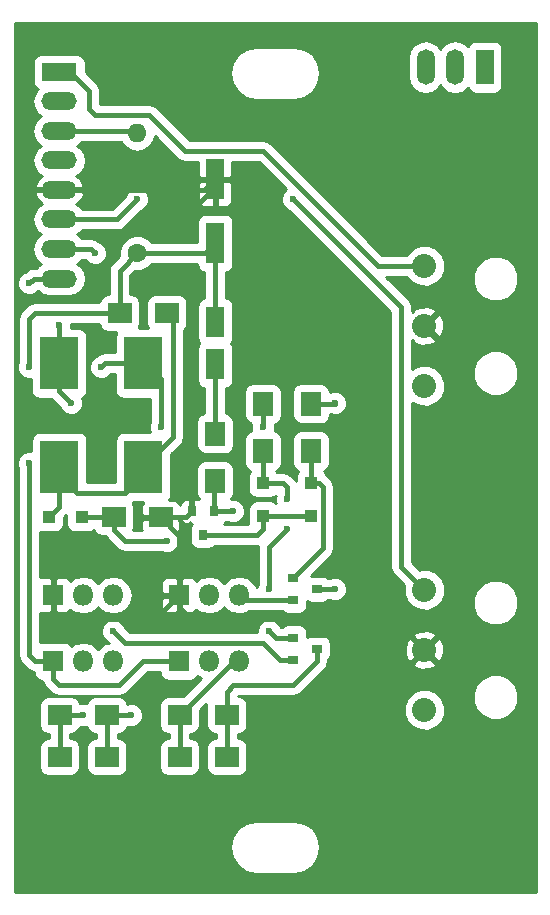
<source format=gbr>
G04 #@! TF.FileFunction,Copper,L1,Top,Signal*
%FSLAX46Y46*%
G04 Gerber Fmt 4.6, Leading zero omitted, Abs format (unit mm)*
G04 Created by KiCad (PCBNEW 4.0.7) date 07/23/18 16:16:28*
%MOMM*%
%LPD*%
G01*
G04 APERTURE LIST*
%ADD10C,0.100000*%
%ADD11R,1.600000X3.500000*%
%ADD12R,1.600000X2.600000*%
%ADD13R,3.300000X4.500000*%
%ADD14R,1.100000X1.100000*%
%ADD15R,3.000000X1.500000*%
%ADD16O,3.000000X1.500000*%
%ADD17R,1.500000X3.000000*%
%ADD18O,1.500000X3.000000*%
%ADD19R,0.800000X0.900000*%
%ADD20R,0.900000X0.800000*%
%ADD21R,1.800000X1.800000*%
%ADD22O,1.800000X1.800000*%
%ADD23C,1.600000*%
%ADD24O,1.600000X1.600000*%
%ADD25R,2.000000X1.700000*%
%ADD26R,1.700000X2.000000*%
%ADD27C,2.032000*%
%ADD28C,0.600000*%
%ADD29C,0.400000*%
%ADD30C,0.254000*%
G04 APERTURE END LIST*
D10*
D11*
X139700000Y-76360000D03*
X139700000Y-70960000D03*
D12*
X139700000Y-86636000D03*
X139700000Y-83036000D03*
D13*
X133604000Y-86532000D03*
X133604000Y-95332000D03*
X126492000Y-86532000D03*
X126492000Y-95332000D03*
D14*
X128400000Y-99568000D03*
X125600000Y-99568000D03*
X143764000Y-99444000D03*
X143764000Y-96644000D03*
X147828000Y-99444000D03*
X147828000Y-96644000D03*
D15*
X126492000Y-61862000D03*
D16*
X126492000Y-64362000D03*
X126492000Y-66862000D03*
X126492000Y-69362000D03*
X126492000Y-71862000D03*
X126492000Y-74362000D03*
X126492000Y-76862000D03*
X126492000Y-79362000D03*
D17*
X162520000Y-61468000D03*
D18*
X160020000Y-61468000D03*
X157520000Y-61468000D03*
D19*
X139634000Y-99076000D03*
X137734000Y-99076000D03*
X138684000Y-101076000D03*
D20*
X146320000Y-109794000D03*
X146320000Y-111694000D03*
X148320000Y-110744000D03*
X146320000Y-104714000D03*
X146320000Y-106614000D03*
X148320000Y-105664000D03*
D21*
X125984000Y-106172000D03*
D22*
X128524000Y-106172000D03*
X131064000Y-106172000D03*
D21*
X125984000Y-111760000D03*
D22*
X128524000Y-111760000D03*
X131064000Y-111760000D03*
D21*
X136652000Y-111760000D03*
D22*
X139192000Y-111760000D03*
X141732000Y-111760000D03*
D21*
X136652000Y-106172000D03*
D22*
X139192000Y-106172000D03*
X141732000Y-106172000D03*
D23*
X133096000Y-77216000D03*
D24*
X133096000Y-67056000D03*
D25*
X135604000Y-82296000D03*
X131604000Y-82296000D03*
D26*
X143764000Y-93948000D03*
X143764000Y-89948000D03*
X139700000Y-96488000D03*
X139700000Y-92488000D03*
D25*
X135096000Y-99568000D03*
X131096000Y-99568000D03*
D26*
X147828000Y-93948000D03*
X147828000Y-89948000D03*
D25*
X136684000Y-119888000D03*
X140684000Y-119888000D03*
X130524000Y-116332000D03*
X126524000Y-116332000D03*
X136684000Y-116332000D03*
X140684000Y-116332000D03*
X130524000Y-119888000D03*
X126524000Y-119888000D03*
D27*
X157416500Y-105727500D03*
X157416500Y-115887500D03*
X157416500Y-110807500D03*
X157416500Y-78295500D03*
X157416500Y-88455500D03*
X157416500Y-83375500D03*
D28*
X123952000Y-94996000D03*
X123952000Y-86868000D03*
X137668000Y-73660000D03*
X137668000Y-79248000D03*
X135128000Y-91948000D03*
X143764000Y-91948000D03*
X130048000Y-86868000D03*
X129540000Y-77216000D03*
X149860000Y-89916000D03*
X127508000Y-89916000D03*
X126492000Y-83312000D03*
X123952000Y-79756000D03*
X141224000Y-99060000D03*
X135636000Y-101600000D03*
X144272000Y-109220000D03*
X144272000Y-105664000D03*
X145796000Y-100584000D03*
X145796000Y-98044000D03*
X146304000Y-72644000D03*
X133096000Y-72644000D03*
X131064000Y-109220000D03*
X149860000Y-105664000D03*
X132588000Y-116332000D03*
X128524000Y-116332000D03*
D29*
X123952000Y-86360000D02*
X123952000Y-86868000D01*
X123952000Y-94996000D02*
X123952000Y-96012000D01*
X126492000Y-113792000D02*
X131572000Y-113792000D01*
X133604000Y-111760000D02*
X136652000Y-111760000D01*
X131572000Y-113792000D02*
X133604000Y-111760000D01*
X124460000Y-111760000D02*
X123952000Y-111252000D01*
X125984000Y-111760000D02*
X124460000Y-111760000D01*
X123952000Y-111252000D02*
X123952000Y-96012000D01*
X124460000Y-82296000D02*
X131604000Y-82296000D01*
X123952000Y-82804000D02*
X124460000Y-82296000D01*
X123952000Y-86360000D02*
X123952000Y-82804000D01*
X125984000Y-111760000D02*
X125984000Y-113284000D01*
X125984000Y-113284000D02*
X126492000Y-113792000D01*
X139700000Y-83036000D02*
X139700000Y-76360000D01*
X131604000Y-82296000D02*
X131604000Y-78708000D01*
X131604000Y-78708000D02*
X133096000Y-77216000D01*
X133096000Y-77216000D02*
X138844000Y-77216000D01*
X138844000Y-77216000D02*
X139700000Y-76360000D01*
X125984000Y-106172000D02*
X125984000Y-107696000D01*
X134620000Y-108204000D02*
X136652000Y-106172000D01*
X126492000Y-108204000D02*
X134620000Y-108204000D01*
X125984000Y-107696000D02*
X126492000Y-108204000D01*
X136652000Y-106172000D02*
X136652000Y-107188000D01*
X154813000Y-108204000D02*
X157416500Y-110807500D01*
X137668000Y-108204000D02*
X154813000Y-108204000D01*
X136652000Y-107188000D02*
X137668000Y-108204000D01*
X157416500Y-83375500D02*
X157543500Y-83375500D01*
X157543500Y-83375500D02*
X159512000Y-85344000D01*
X159512000Y-108712000D02*
X157416500Y-110807500D01*
X159512000Y-85344000D02*
X159512000Y-108712000D01*
X137734000Y-99076000D02*
X137734000Y-79314000D01*
X137668000Y-73660000D02*
X139700000Y-71628000D01*
X137734000Y-79314000D02*
X137668000Y-79248000D01*
X139700000Y-71628000D02*
X139700000Y-70960000D01*
X135096000Y-99568000D02*
X137242000Y-99568000D01*
X137242000Y-99568000D02*
X137734000Y-99076000D01*
X136652000Y-106172000D02*
X136652000Y-101124000D01*
X136652000Y-101124000D02*
X135096000Y-99568000D01*
X126492000Y-71862000D02*
X138798000Y-71862000D01*
X138798000Y-71862000D02*
X139700000Y-70960000D01*
X139700000Y-92488000D02*
X139700000Y-86636000D01*
X133604000Y-86532000D02*
X133776000Y-86532000D01*
X133776000Y-86532000D02*
X135128000Y-87884000D01*
X135128000Y-87884000D02*
X135128000Y-91948000D01*
X143764000Y-91948000D02*
X143764000Y-89948000D01*
X126492000Y-76862000D02*
X129186000Y-76862000D01*
X130384000Y-86532000D02*
X133604000Y-86532000D01*
X130048000Y-86868000D02*
X130384000Y-86532000D01*
X129186000Y-76862000D02*
X129540000Y-77216000D01*
X126492000Y-95332000D02*
X126492000Y-96012000D01*
X126492000Y-96012000D02*
X128016000Y-97536000D01*
X128016000Y-97536000D02*
X132080000Y-97536000D01*
X132080000Y-97536000D02*
X133604000Y-96012000D01*
X133604000Y-96012000D02*
X133604000Y-95332000D01*
X126492000Y-95332000D02*
X126492000Y-98676000D01*
X126492000Y-98676000D02*
X125600000Y-99568000D01*
X135604000Y-82296000D02*
X135636000Y-82296000D01*
X135636000Y-82296000D02*
X136144000Y-82804000D01*
X136144000Y-82804000D02*
X136144000Y-92792000D01*
X136144000Y-92792000D02*
X133604000Y-95332000D01*
X126492000Y-86532000D02*
X126492000Y-88900000D01*
X149828000Y-89948000D02*
X147828000Y-89948000D01*
X149860000Y-89916000D02*
X149828000Y-89948000D01*
X126492000Y-88900000D02*
X127508000Y-89916000D01*
X126492000Y-79362000D02*
X124346000Y-79362000D01*
X126492000Y-83312000D02*
X126492000Y-86532000D01*
X124346000Y-79362000D02*
X123952000Y-79756000D01*
X139634000Y-99076000D02*
X139634000Y-96554000D01*
X139634000Y-96554000D02*
X139700000Y-96488000D01*
X131096000Y-99568000D02*
X131096000Y-100616000D01*
X141208000Y-99076000D02*
X139634000Y-99076000D01*
X141224000Y-99060000D02*
X141208000Y-99076000D01*
X132080000Y-101600000D02*
X135636000Y-101600000D01*
X131096000Y-100616000D02*
X132080000Y-101600000D01*
X128400000Y-99568000D02*
X131096000Y-99568000D01*
X143764000Y-99444000D02*
X147828000Y-99444000D01*
X138684000Y-101076000D02*
X143272000Y-101076000D01*
X143764000Y-100584000D02*
X143764000Y-99444000D01*
X143272000Y-101076000D02*
X143764000Y-100584000D01*
X143764000Y-96644000D02*
X145412000Y-96644000D01*
X144846000Y-109794000D02*
X146320000Y-109794000D01*
X144272000Y-109220000D02*
X144846000Y-109794000D01*
X144272000Y-102108000D02*
X144272000Y-105664000D01*
X145796000Y-100584000D02*
X144272000Y-102108000D01*
X145796000Y-97028000D02*
X145796000Y-98044000D01*
X145412000Y-96644000D02*
X145796000Y-97028000D01*
X143764000Y-96644000D02*
X143764000Y-93948000D01*
X147828000Y-96644000D02*
X147828000Y-93948000D01*
X147828000Y-96644000D02*
X148460000Y-96644000D01*
X148844000Y-102190000D02*
X146320000Y-104714000D01*
X148844000Y-97028000D02*
X148844000Y-102190000D01*
X148460000Y-96644000D02*
X148844000Y-97028000D01*
X134112000Y-65532000D02*
X129540000Y-65532000D01*
X129032000Y-63500000D02*
X127394000Y-61862000D01*
X129032000Y-65024000D02*
X129032000Y-63500000D01*
X129540000Y-65532000D02*
X129032000Y-65024000D01*
X127394000Y-61862000D02*
X126492000Y-61862000D01*
X136652000Y-68072000D02*
X137160000Y-68580000D01*
X136652000Y-68072000D02*
X134112000Y-65532000D01*
X143764000Y-68580000D02*
X137160000Y-68580000D01*
X153479500Y-78295500D02*
X157416500Y-78295500D01*
X143764000Y-68580000D02*
X153479500Y-78295500D01*
X126492000Y-66862000D02*
X132902000Y-66862000D01*
X132902000Y-66862000D02*
X133096000Y-67056000D01*
X126492000Y-74362000D02*
X131378000Y-74362000D01*
X155448000Y-103759000D02*
X157416500Y-105727500D01*
X155448000Y-81788000D02*
X155448000Y-103759000D01*
X146304000Y-72644000D02*
X155448000Y-81788000D01*
X131378000Y-74362000D02*
X133096000Y-72644000D01*
X143764000Y-110236000D02*
X132080000Y-110236000D01*
X132080000Y-110236000D02*
X131064000Y-109220000D01*
X146320000Y-111694000D02*
X145222000Y-111694000D01*
X145222000Y-111694000D02*
X143764000Y-110236000D01*
X140684000Y-116332000D02*
X140684000Y-114332000D01*
X146304000Y-113792000D02*
X148320000Y-111776000D01*
X141224000Y-113792000D02*
X146304000Y-113792000D01*
X140684000Y-114332000D02*
X141224000Y-113792000D01*
X148320000Y-111776000D02*
X148320000Y-110744000D01*
X140684000Y-119888000D02*
X140684000Y-116332000D01*
X146320000Y-106614000D02*
X142174000Y-106614000D01*
X142174000Y-106614000D02*
X141732000Y-106172000D01*
X148320000Y-105664000D02*
X149860000Y-105664000D01*
X132588000Y-116332000D02*
X130524000Y-116332000D01*
X130524000Y-116332000D02*
X130524000Y-119888000D01*
X126524000Y-116332000D02*
X126524000Y-119888000D01*
X128524000Y-116332000D02*
X126524000Y-116332000D01*
X136684000Y-116332000D02*
X136684000Y-119888000D01*
X141732000Y-111760000D02*
X141256000Y-111760000D01*
X141256000Y-111760000D02*
X136684000Y-116332000D01*
D30*
G36*
X166838000Y-131278000D02*
X122722000Y-131278000D01*
X122722000Y-127508000D01*
X140944808Y-127508000D01*
X141116155Y-128369420D01*
X141604111Y-129099697D01*
X142334388Y-129587653D01*
X143195808Y-129759000D01*
X146364192Y-129759000D01*
X147225612Y-129587653D01*
X147955889Y-129099697D01*
X148443845Y-128369420D01*
X148615192Y-127508000D01*
X148443845Y-126646580D01*
X147955889Y-125916303D01*
X147225612Y-125428347D01*
X146364192Y-125257000D01*
X143195808Y-125257000D01*
X142334388Y-125428347D01*
X141604111Y-125916303D01*
X141116155Y-126646580D01*
X140944808Y-127508000D01*
X122722000Y-127508000D01*
X122722000Y-115482000D01*
X124782758Y-115482000D01*
X124782758Y-117182000D01*
X124833451Y-117451410D01*
X124992672Y-117698846D01*
X125235615Y-117864843D01*
X125524000Y-117923242D01*
X125597000Y-117923242D01*
X125597000Y-118296758D01*
X125524000Y-118296758D01*
X125254590Y-118347451D01*
X125007154Y-118506672D01*
X124841157Y-118749615D01*
X124782758Y-119038000D01*
X124782758Y-120738000D01*
X124833451Y-121007410D01*
X124992672Y-121254846D01*
X125235615Y-121420843D01*
X125524000Y-121479242D01*
X127524000Y-121479242D01*
X127793410Y-121428549D01*
X128040846Y-121269328D01*
X128206843Y-121026385D01*
X128265242Y-120738000D01*
X128265242Y-119038000D01*
X128214549Y-118768590D01*
X128055328Y-118521154D01*
X127812385Y-118355157D01*
X127524000Y-118296758D01*
X127451000Y-118296758D01*
X127451000Y-117923242D01*
X127524000Y-117923242D01*
X127793410Y-117872549D01*
X128040846Y-117713328D01*
X128206843Y-117470385D01*
X128236368Y-117324584D01*
X128318821Y-117358821D01*
X128727387Y-117359178D01*
X128809697Y-117325168D01*
X128833451Y-117451410D01*
X128992672Y-117698846D01*
X129235615Y-117864843D01*
X129524000Y-117923242D01*
X129597000Y-117923242D01*
X129597000Y-118296758D01*
X129524000Y-118296758D01*
X129254590Y-118347451D01*
X129007154Y-118506672D01*
X128841157Y-118749615D01*
X128782758Y-119038000D01*
X128782758Y-120738000D01*
X128833451Y-121007410D01*
X128992672Y-121254846D01*
X129235615Y-121420843D01*
X129524000Y-121479242D01*
X131524000Y-121479242D01*
X131793410Y-121428549D01*
X132040846Y-121269328D01*
X132206843Y-121026385D01*
X132265242Y-120738000D01*
X132265242Y-119038000D01*
X132214549Y-118768590D01*
X132055328Y-118521154D01*
X131812385Y-118355157D01*
X131524000Y-118296758D01*
X131451000Y-118296758D01*
X131451000Y-117923242D01*
X131524000Y-117923242D01*
X131793410Y-117872549D01*
X132040846Y-117713328D01*
X132206843Y-117470385D01*
X132241332Y-117300070D01*
X132382821Y-117358821D01*
X132791387Y-117359178D01*
X133168989Y-117203156D01*
X133458140Y-116914508D01*
X133614821Y-116537179D01*
X133615178Y-116128613D01*
X133459156Y-115751011D01*
X133170508Y-115461860D01*
X132793179Y-115305179D01*
X132384613Y-115304822D01*
X132242920Y-115363368D01*
X132214549Y-115212590D01*
X132055328Y-114965154D01*
X131812385Y-114799157D01*
X131524000Y-114740758D01*
X129524000Y-114740758D01*
X129254590Y-114791451D01*
X129007154Y-114950672D01*
X128841157Y-115193615D01*
X128811632Y-115339416D01*
X128729179Y-115305179D01*
X128320613Y-115304822D01*
X128238303Y-115338832D01*
X128214549Y-115212590D01*
X128055328Y-114965154D01*
X127812385Y-114799157D01*
X127524000Y-114740758D01*
X125524000Y-114740758D01*
X125254590Y-114791451D01*
X125007154Y-114950672D01*
X124841157Y-115193615D01*
X124782758Y-115482000D01*
X122722000Y-115482000D01*
X122722000Y-87071387D01*
X122924822Y-87071387D01*
X123080844Y-87448989D01*
X123369492Y-87738140D01*
X123746821Y-87894821D01*
X124100758Y-87895130D01*
X124100758Y-88782000D01*
X124151451Y-89051410D01*
X124310672Y-89298846D01*
X124553615Y-89464843D01*
X124842000Y-89523242D01*
X125814966Y-89523242D01*
X125836512Y-89555488D01*
X126537442Y-90256418D01*
X126636844Y-90496989D01*
X126925492Y-90786140D01*
X127302821Y-90942821D01*
X127711387Y-90943178D01*
X128088989Y-90787156D01*
X128378140Y-90498508D01*
X128534821Y-90121179D01*
X128535178Y-89712613D01*
X128430824Y-89460057D01*
X128658846Y-89313328D01*
X128824843Y-89070385D01*
X128883242Y-88782000D01*
X128883242Y-84282000D01*
X128832549Y-84012590D01*
X128673328Y-83765154D01*
X128430385Y-83599157D01*
X128142000Y-83540758D01*
X127509030Y-83540758D01*
X127518821Y-83517179D01*
X127519078Y-83223000D01*
X129877247Y-83223000D01*
X129913451Y-83415410D01*
X130072672Y-83662846D01*
X130315615Y-83828843D01*
X130604000Y-83887242D01*
X131343839Y-83887242D01*
X131271157Y-83993615D01*
X131212758Y-84282000D01*
X131212758Y-85605000D01*
X130384000Y-85605000D01*
X130029253Y-85675563D01*
X129728512Y-85876512D01*
X129707582Y-85897442D01*
X129467011Y-85996844D01*
X129177860Y-86285492D01*
X129021179Y-86662821D01*
X129020822Y-87071387D01*
X129176844Y-87448989D01*
X129465492Y-87738140D01*
X129842821Y-87894821D01*
X130251387Y-87895178D01*
X130628989Y-87739156D01*
X130909633Y-87459000D01*
X131212758Y-87459000D01*
X131212758Y-88782000D01*
X131263451Y-89051410D01*
X131422672Y-89298846D01*
X131665615Y-89464843D01*
X131954000Y-89523242D01*
X134201000Y-89523242D01*
X134201000Y-91502426D01*
X134101179Y-91742821D01*
X134100822Y-92151387D01*
X134179069Y-92340758D01*
X131954000Y-92340758D01*
X131684590Y-92391451D01*
X131437154Y-92550672D01*
X131271157Y-92793615D01*
X131212758Y-93082000D01*
X131212758Y-96609000D01*
X128883242Y-96609000D01*
X128883242Y-93082000D01*
X128832549Y-92812590D01*
X128673328Y-92565154D01*
X128430385Y-92399157D01*
X128142000Y-92340758D01*
X124842000Y-92340758D01*
X124572590Y-92391451D01*
X124325154Y-92550672D01*
X124159157Y-92793615D01*
X124100758Y-93082000D01*
X124100758Y-93969130D01*
X123748613Y-93968822D01*
X123371011Y-94124844D01*
X123081860Y-94413492D01*
X122925179Y-94790821D01*
X122924822Y-95199387D01*
X123025000Y-95441836D01*
X123025000Y-111252000D01*
X123095564Y-111606748D01*
X123153864Y-111694000D01*
X123296512Y-111907488D01*
X123804512Y-112415488D01*
X124105252Y-112616436D01*
X124343477Y-112663822D01*
X124393451Y-112929410D01*
X124552672Y-113176846D01*
X124795615Y-113342843D01*
X125080167Y-113400466D01*
X125127564Y-113638748D01*
X125229964Y-113792000D01*
X125328512Y-113939488D01*
X125836512Y-114447488D01*
X126137252Y-114648436D01*
X126492000Y-114719000D01*
X131572000Y-114719000D01*
X131926748Y-114648436D01*
X132227488Y-114447488D01*
X133987976Y-112687000D01*
X135015838Y-112687000D01*
X135061451Y-112929410D01*
X135220672Y-113176846D01*
X135463615Y-113342843D01*
X135752000Y-113401242D01*
X137552000Y-113401242D01*
X137821410Y-113350549D01*
X138068846Y-113191328D01*
X138182050Y-113025649D01*
X138480175Y-113224849D01*
X136964266Y-114740758D01*
X135684000Y-114740758D01*
X135414590Y-114791451D01*
X135167154Y-114950672D01*
X135001157Y-115193615D01*
X134942758Y-115482000D01*
X134942758Y-117182000D01*
X134993451Y-117451410D01*
X135152672Y-117698846D01*
X135395615Y-117864843D01*
X135684000Y-117923242D01*
X135757000Y-117923242D01*
X135757000Y-118296758D01*
X135684000Y-118296758D01*
X135414590Y-118347451D01*
X135167154Y-118506672D01*
X135001157Y-118749615D01*
X134942758Y-119038000D01*
X134942758Y-120738000D01*
X134993451Y-121007410D01*
X135152672Y-121254846D01*
X135395615Y-121420843D01*
X135684000Y-121479242D01*
X137684000Y-121479242D01*
X137953410Y-121428549D01*
X138200846Y-121269328D01*
X138366843Y-121026385D01*
X138425242Y-120738000D01*
X138425242Y-119038000D01*
X138374549Y-118768590D01*
X138215328Y-118521154D01*
X137972385Y-118355157D01*
X137684000Y-118296758D01*
X137611000Y-118296758D01*
X137611000Y-117923242D01*
X137684000Y-117923242D01*
X137953410Y-117872549D01*
X138200846Y-117713328D01*
X138366843Y-117470385D01*
X138425242Y-117182000D01*
X138425242Y-115901734D01*
X138967587Y-115359389D01*
X138942758Y-115482000D01*
X138942758Y-117182000D01*
X138993451Y-117451410D01*
X139152672Y-117698846D01*
X139395615Y-117864843D01*
X139684000Y-117923242D01*
X139757000Y-117923242D01*
X139757000Y-118296758D01*
X139684000Y-118296758D01*
X139414590Y-118347451D01*
X139167154Y-118506672D01*
X139001157Y-118749615D01*
X138942758Y-119038000D01*
X138942758Y-120738000D01*
X138993451Y-121007410D01*
X139152672Y-121254846D01*
X139395615Y-121420843D01*
X139684000Y-121479242D01*
X141684000Y-121479242D01*
X141953410Y-121428549D01*
X142200846Y-121269328D01*
X142366843Y-121026385D01*
X142425242Y-120738000D01*
X142425242Y-119038000D01*
X142374549Y-118768590D01*
X142215328Y-118521154D01*
X141972385Y-118355157D01*
X141684000Y-118296758D01*
X141611000Y-118296758D01*
X141611000Y-117923242D01*
X141684000Y-117923242D01*
X141953410Y-117872549D01*
X142200846Y-117713328D01*
X142366843Y-117470385D01*
X142425242Y-117182000D01*
X142425242Y-116232683D01*
X155673198Y-116232683D01*
X155937995Y-116873540D01*
X156427881Y-117364282D01*
X157068275Y-117630196D01*
X157761683Y-117630802D01*
X158402540Y-117366005D01*
X158893282Y-116876119D01*
X159159196Y-116235725D01*
X159159802Y-115542317D01*
X159014072Y-115189622D01*
X161521666Y-115189622D01*
X161814416Y-115898132D01*
X162356017Y-116440678D01*
X163064014Y-116734665D01*
X163830622Y-116735334D01*
X164539132Y-116442584D01*
X165081678Y-115900983D01*
X165375665Y-115192986D01*
X165376334Y-114426378D01*
X165083584Y-113717868D01*
X164541983Y-113175322D01*
X163833986Y-112881335D01*
X163067378Y-112880666D01*
X162358868Y-113173416D01*
X161816322Y-113715017D01*
X161522335Y-114423014D01*
X161521666Y-115189622D01*
X159014072Y-115189622D01*
X158895005Y-114901460D01*
X158405119Y-114410718D01*
X157764725Y-114144804D01*
X157071317Y-114144198D01*
X156430460Y-114408995D01*
X155939718Y-114898881D01*
X155673804Y-115539275D01*
X155673198Y-116232683D01*
X142425242Y-116232683D01*
X142425242Y-115482000D01*
X142374549Y-115212590D01*
X142215328Y-114965154D01*
X141972385Y-114799157D01*
X141684000Y-114740758D01*
X141611000Y-114740758D01*
X141611000Y-114719000D01*
X146304000Y-114719000D01*
X146658748Y-114648436D01*
X146959488Y-114447488D01*
X148975488Y-112431488D01*
X149176437Y-112130747D01*
X149208091Y-111971607D01*
X156431998Y-111971607D01*
X156532620Y-112240122D01*
X157148142Y-112469316D01*
X157804519Y-112445514D01*
X158300380Y-112240122D01*
X158401002Y-111971607D01*
X157416500Y-110987105D01*
X156431998Y-111971607D01*
X149208091Y-111971607D01*
X149247000Y-111776000D01*
X149247000Y-111700968D01*
X149286846Y-111675328D01*
X149452843Y-111432385D01*
X149511242Y-111144000D01*
X149511242Y-110539142D01*
X155754684Y-110539142D01*
X155778486Y-111195519D01*
X155983878Y-111691380D01*
X156252393Y-111792002D01*
X157236895Y-110807500D01*
X157596105Y-110807500D01*
X158580607Y-111792002D01*
X158849122Y-111691380D01*
X159078316Y-111075858D01*
X159054514Y-110419481D01*
X158849122Y-109923620D01*
X158580607Y-109822998D01*
X157596105Y-110807500D01*
X157236895Y-110807500D01*
X156252393Y-109822998D01*
X155983878Y-109923620D01*
X155754684Y-110539142D01*
X149511242Y-110539142D01*
X149511242Y-110344000D01*
X149460549Y-110074590D01*
X149301328Y-109827154D01*
X149058385Y-109661157D01*
X148970664Y-109643393D01*
X156431998Y-109643393D01*
X157416500Y-110627895D01*
X158401002Y-109643393D01*
X158300380Y-109374878D01*
X157684858Y-109145684D01*
X157028481Y-109169486D01*
X156532620Y-109374878D01*
X156431998Y-109643393D01*
X148970664Y-109643393D01*
X148770000Y-109602758D01*
X147870000Y-109602758D01*
X147600590Y-109653451D01*
X147511242Y-109710945D01*
X147511242Y-109394000D01*
X147460549Y-109124590D01*
X147301328Y-108877154D01*
X147058385Y-108711157D01*
X146770000Y-108652758D01*
X145870000Y-108652758D01*
X145600590Y-108703451D01*
X145353154Y-108862672D01*
X145350197Y-108867000D01*
X145237359Y-108867000D01*
X145143156Y-108639011D01*
X144854508Y-108349860D01*
X144477179Y-108193179D01*
X144068613Y-108192822D01*
X143691011Y-108348844D01*
X143401860Y-108637492D01*
X143245179Y-109014821D01*
X143244922Y-109309000D01*
X132463976Y-109309000D01*
X132034558Y-108879582D01*
X131935156Y-108639011D01*
X131646508Y-108349860D01*
X131269179Y-108193179D01*
X130860613Y-108192822D01*
X130483011Y-108348844D01*
X130193860Y-108637492D01*
X130037179Y-109014821D01*
X130036822Y-109423387D01*
X130192844Y-109800989D01*
X130481492Y-110090140D01*
X130723765Y-110190741D01*
X130726764Y-110193740D01*
X130409499Y-110256848D01*
X129881662Y-110609537D01*
X129794000Y-110740733D01*
X129706338Y-110609537D01*
X129178501Y-110256848D01*
X128555875Y-110133000D01*
X128492125Y-110133000D01*
X127869499Y-110256848D01*
X127513051Y-110495019D01*
X127415328Y-110343154D01*
X127172385Y-110177157D01*
X126884000Y-110118758D01*
X125084000Y-110118758D01*
X124879000Y-110157331D01*
X124879000Y-107674405D01*
X124957691Y-107707000D01*
X125698250Y-107707000D01*
X125857000Y-107548250D01*
X125857000Y-106299000D01*
X125837000Y-106299000D01*
X125837000Y-106045000D01*
X125857000Y-106045000D01*
X125857000Y-104795750D01*
X126111000Y-104795750D01*
X126111000Y-106045000D01*
X126131000Y-106045000D01*
X126131000Y-106299000D01*
X126111000Y-106299000D01*
X126111000Y-107548250D01*
X126269750Y-107707000D01*
X127010309Y-107707000D01*
X127243698Y-107610327D01*
X127422327Y-107431699D01*
X127440280Y-107388357D01*
X127869499Y-107675152D01*
X128492125Y-107799000D01*
X128555875Y-107799000D01*
X129178501Y-107675152D01*
X129706338Y-107322463D01*
X129794000Y-107191267D01*
X129881662Y-107322463D01*
X130409499Y-107675152D01*
X131032125Y-107799000D01*
X131095875Y-107799000D01*
X131718501Y-107675152D01*
X132246338Y-107322463D01*
X132599027Y-106794626D01*
X132666035Y-106457750D01*
X135117000Y-106457750D01*
X135117000Y-107198310D01*
X135213673Y-107431699D01*
X135392302Y-107610327D01*
X135625691Y-107707000D01*
X136366250Y-107707000D01*
X136525000Y-107548250D01*
X136525000Y-106299000D01*
X135275750Y-106299000D01*
X135117000Y-106457750D01*
X132666035Y-106457750D01*
X132722875Y-106172000D01*
X132599027Y-105549374D01*
X132329295Y-105145690D01*
X135117000Y-105145690D01*
X135117000Y-105886250D01*
X135275750Y-106045000D01*
X136525000Y-106045000D01*
X136525000Y-104795750D01*
X136366250Y-104637000D01*
X135625691Y-104637000D01*
X135392302Y-104733673D01*
X135213673Y-104912301D01*
X135117000Y-105145690D01*
X132329295Y-105145690D01*
X132246338Y-105021537D01*
X131718501Y-104668848D01*
X131095875Y-104545000D01*
X131032125Y-104545000D01*
X130409499Y-104668848D01*
X129881662Y-105021537D01*
X129794000Y-105152733D01*
X129706338Y-105021537D01*
X129178501Y-104668848D01*
X128555875Y-104545000D01*
X128492125Y-104545000D01*
X127869499Y-104668848D01*
X127440280Y-104955643D01*
X127422327Y-104912301D01*
X127243698Y-104733673D01*
X127010309Y-104637000D01*
X126269750Y-104637000D01*
X126111000Y-104795750D01*
X125857000Y-104795750D01*
X125698250Y-104637000D01*
X124957691Y-104637000D01*
X124879000Y-104669595D01*
X124879000Y-100824614D01*
X125050000Y-100859242D01*
X126150000Y-100859242D01*
X126419410Y-100808549D01*
X126666846Y-100649328D01*
X126832843Y-100406385D01*
X126891242Y-100118000D01*
X126891242Y-99587734D01*
X127108758Y-99370218D01*
X127108758Y-100118000D01*
X127159451Y-100387410D01*
X127318672Y-100634846D01*
X127561615Y-100800843D01*
X127850000Y-100859242D01*
X128950000Y-100859242D01*
X129219410Y-100808549D01*
X129406099Y-100688417D01*
X129564672Y-100934846D01*
X129807615Y-101100843D01*
X130096000Y-101159242D01*
X130365512Y-101159242D01*
X130440512Y-101271488D01*
X131424512Y-102255488D01*
X131725252Y-102456436D01*
X132080000Y-102527000D01*
X135190426Y-102527000D01*
X135430821Y-102626821D01*
X135839387Y-102627178D01*
X136216989Y-102471156D01*
X136506140Y-102182508D01*
X136662821Y-101805179D01*
X136663178Y-101396613D01*
X136507156Y-101019011D01*
X136447833Y-100959585D01*
X136455698Y-100956327D01*
X136634327Y-100777699D01*
X136731000Y-100544310D01*
X136731000Y-99853750D01*
X136572252Y-99695002D01*
X136716684Y-99695002D01*
X136795673Y-99885698D01*
X136974301Y-100064327D01*
X137207690Y-100161000D01*
X137448250Y-100161000D01*
X137606998Y-100002252D01*
X137606998Y-100161000D01*
X137721834Y-100161000D01*
X137601157Y-100337615D01*
X137542758Y-100626000D01*
X137542758Y-101526000D01*
X137593451Y-101795410D01*
X137752672Y-102042846D01*
X137995615Y-102208843D01*
X138284000Y-102267242D01*
X139084000Y-102267242D01*
X139353410Y-102216549D01*
X139600846Y-102057328D01*
X139637967Y-102003000D01*
X143272000Y-102003000D01*
X143369754Y-101983556D01*
X143345000Y-102108000D01*
X143345000Y-105218426D01*
X143245179Y-105458821D01*
X143245129Y-105516601D01*
X142914338Y-105021537D01*
X142386501Y-104668848D01*
X141763875Y-104545000D01*
X141700125Y-104545000D01*
X141077499Y-104668848D01*
X140549662Y-105021537D01*
X140462000Y-105152733D01*
X140374338Y-105021537D01*
X139846501Y-104668848D01*
X139223875Y-104545000D01*
X139160125Y-104545000D01*
X138537499Y-104668848D01*
X138108280Y-104955643D01*
X138090327Y-104912301D01*
X137911698Y-104733673D01*
X137678309Y-104637000D01*
X136937750Y-104637000D01*
X136779000Y-104795750D01*
X136779000Y-106045000D01*
X136799000Y-106045000D01*
X136799000Y-106299000D01*
X136779000Y-106299000D01*
X136779000Y-107548250D01*
X136937750Y-107707000D01*
X137678309Y-107707000D01*
X137911698Y-107610327D01*
X138090327Y-107431699D01*
X138108280Y-107388357D01*
X138537499Y-107675152D01*
X139160125Y-107799000D01*
X139223875Y-107799000D01*
X139846501Y-107675152D01*
X140374338Y-107322463D01*
X140462000Y-107191267D01*
X140549662Y-107322463D01*
X141077499Y-107675152D01*
X141700125Y-107799000D01*
X141763875Y-107799000D01*
X142386501Y-107675152D01*
X142587274Y-107541000D01*
X145353533Y-107541000D01*
X145581615Y-107696843D01*
X145870000Y-107755242D01*
X146770000Y-107755242D01*
X147039410Y-107704549D01*
X147286846Y-107545328D01*
X147452843Y-107302385D01*
X147511242Y-107014000D01*
X147511242Y-106698759D01*
X147581615Y-106746843D01*
X147870000Y-106805242D01*
X148770000Y-106805242D01*
X149039410Y-106754549D01*
X149286846Y-106595328D01*
X149289803Y-106591000D01*
X149414426Y-106591000D01*
X149654821Y-106690821D01*
X150063387Y-106691178D01*
X150440989Y-106535156D01*
X150730140Y-106246508D01*
X150886821Y-105869179D01*
X150887178Y-105460613D01*
X150731156Y-105083011D01*
X150442508Y-104793860D01*
X150065179Y-104637179D01*
X149656613Y-104636822D01*
X149414164Y-104737000D01*
X149286467Y-104737000D01*
X149058385Y-104581157D01*
X148770000Y-104522758D01*
X147870000Y-104522758D01*
X147811143Y-104533833D01*
X149499488Y-102845488D01*
X149508500Y-102832000D01*
X149700436Y-102544748D01*
X149771000Y-102190000D01*
X149771000Y-97028000D01*
X149700436Y-96673252D01*
X149499488Y-96372512D01*
X149115488Y-95988512D01*
X149097079Y-95976211D01*
X149068549Y-95824590D01*
X148948417Y-95637901D01*
X149194846Y-95479328D01*
X149360843Y-95236385D01*
X149419242Y-94948000D01*
X149419242Y-92948000D01*
X149368549Y-92678590D01*
X149209328Y-92431154D01*
X148966385Y-92265157D01*
X148678000Y-92206758D01*
X146978000Y-92206758D01*
X146708590Y-92257451D01*
X146461154Y-92416672D01*
X146295157Y-92659615D01*
X146236758Y-92948000D01*
X146236758Y-94948000D01*
X146287451Y-95217410D01*
X146446672Y-95464846D01*
X146689615Y-95630843D01*
X146711541Y-95635283D01*
X146595157Y-95805615D01*
X146536758Y-96094000D01*
X146536758Y-96500128D01*
X146451488Y-96372512D01*
X146067488Y-95988512D01*
X145932793Y-95898512D01*
X145766748Y-95787564D01*
X145412000Y-95717000D01*
X144935317Y-95717000D01*
X144884417Y-95637901D01*
X145130846Y-95479328D01*
X145296843Y-95236385D01*
X145355242Y-94948000D01*
X145355242Y-92948000D01*
X145304549Y-92678590D01*
X145145328Y-92431154D01*
X144902385Y-92265157D01*
X144756584Y-92235632D01*
X144790821Y-92153179D01*
X144791178Y-91744613D01*
X144757168Y-91662303D01*
X144883410Y-91638549D01*
X145130846Y-91479328D01*
X145296843Y-91236385D01*
X145355242Y-90948000D01*
X145355242Y-88948000D01*
X146236758Y-88948000D01*
X146236758Y-90948000D01*
X146287451Y-91217410D01*
X146446672Y-91464846D01*
X146689615Y-91630843D01*
X146978000Y-91689242D01*
X148678000Y-91689242D01*
X148947410Y-91638549D01*
X149194846Y-91479328D01*
X149360843Y-91236385D01*
X149419242Y-90948000D01*
X149419242Y-90875000D01*
X149491490Y-90875000D01*
X149654821Y-90942821D01*
X150063387Y-90943178D01*
X150440989Y-90787156D01*
X150730140Y-90498508D01*
X150886821Y-90121179D01*
X150887178Y-89712613D01*
X150731156Y-89335011D01*
X150442508Y-89045860D01*
X150065179Y-88889179D01*
X149656613Y-88888822D01*
X149419242Y-88986902D01*
X149419242Y-88948000D01*
X149368549Y-88678590D01*
X149209328Y-88431154D01*
X148966385Y-88265157D01*
X148678000Y-88206758D01*
X146978000Y-88206758D01*
X146708590Y-88257451D01*
X146461154Y-88416672D01*
X146295157Y-88659615D01*
X146236758Y-88948000D01*
X145355242Y-88948000D01*
X145304549Y-88678590D01*
X145145328Y-88431154D01*
X144902385Y-88265157D01*
X144614000Y-88206758D01*
X142914000Y-88206758D01*
X142644590Y-88257451D01*
X142397154Y-88416672D01*
X142231157Y-88659615D01*
X142172758Y-88948000D01*
X142172758Y-90948000D01*
X142223451Y-91217410D01*
X142382672Y-91464846D01*
X142625615Y-91630843D01*
X142771416Y-91660368D01*
X142737179Y-91742821D01*
X142736822Y-92151387D01*
X142770832Y-92233697D01*
X142644590Y-92257451D01*
X142397154Y-92416672D01*
X142231157Y-92659615D01*
X142172758Y-92948000D01*
X142172758Y-94948000D01*
X142223451Y-95217410D01*
X142382672Y-95464846D01*
X142625615Y-95630843D01*
X142647541Y-95635283D01*
X142531157Y-95805615D01*
X142472758Y-96094000D01*
X142472758Y-97194000D01*
X142523451Y-97463410D01*
X142682672Y-97710846D01*
X142925615Y-97876843D01*
X143214000Y-97935242D01*
X144314000Y-97935242D01*
X144583410Y-97884549D01*
X144811004Y-97738096D01*
X144769179Y-97838821D01*
X144768822Y-98247387D01*
X144813437Y-98355364D01*
X144602385Y-98211157D01*
X144314000Y-98152758D01*
X143214000Y-98152758D01*
X142944590Y-98203451D01*
X142697154Y-98362672D01*
X142531157Y-98605615D01*
X142472758Y-98894000D01*
X142472758Y-99994000D01*
X142501923Y-100149000D01*
X140408384Y-100149000D01*
X140550846Y-100057328D01*
X140587967Y-100003000D01*
X140816958Y-100003000D01*
X141018821Y-100086821D01*
X141427387Y-100087178D01*
X141804989Y-99931156D01*
X142094140Y-99642508D01*
X142250821Y-99265179D01*
X142251178Y-98856613D01*
X142095156Y-98479011D01*
X141806508Y-98189860D01*
X141429179Y-98033179D01*
X141045842Y-98032844D01*
X141066846Y-98019328D01*
X141232843Y-97776385D01*
X141291242Y-97488000D01*
X141291242Y-95488000D01*
X141240549Y-95218590D01*
X141081328Y-94971154D01*
X140838385Y-94805157D01*
X140550000Y-94746758D01*
X138850000Y-94746758D01*
X138580590Y-94797451D01*
X138333154Y-94956672D01*
X138167157Y-95199615D01*
X138108758Y-95488000D01*
X138108758Y-97488000D01*
X138159451Y-97757410D01*
X138318672Y-98004846D01*
X138357059Y-98031075D01*
X138260310Y-97991000D01*
X138019750Y-97991000D01*
X137861000Y-98149750D01*
X137861000Y-98949000D01*
X137881000Y-98949000D01*
X137881000Y-99203000D01*
X137861000Y-99203000D01*
X137861000Y-99223000D01*
X137607000Y-99223000D01*
X137607000Y-99203000D01*
X137587000Y-99203000D01*
X137587000Y-98949000D01*
X137607000Y-98949000D01*
X137607000Y-98149750D01*
X137448250Y-97991000D01*
X137207690Y-97991000D01*
X136974301Y-98087673D01*
X136795673Y-98266302D01*
X136699000Y-98499691D01*
X136699000Y-98514435D01*
X136634327Y-98358301D01*
X136455698Y-98179673D01*
X136222309Y-98083000D01*
X135791568Y-98083000D01*
X135936843Y-97870385D01*
X135995242Y-97582000D01*
X135995242Y-94251734D01*
X136799488Y-93447488D01*
X136868345Y-93344436D01*
X137000436Y-93146748D01*
X137071000Y-92792000D01*
X137071000Y-83709403D01*
X137120846Y-83677328D01*
X137286843Y-83434385D01*
X137345242Y-83146000D01*
X137345242Y-81446000D01*
X137294549Y-81176590D01*
X137135328Y-80929154D01*
X136892385Y-80763157D01*
X136604000Y-80704758D01*
X134604000Y-80704758D01*
X134334590Y-80755451D01*
X134087154Y-80914672D01*
X133921157Y-81157615D01*
X133862758Y-81446000D01*
X133862758Y-83146000D01*
X133913451Y-83415410D01*
X133994110Y-83540758D01*
X133214161Y-83540758D01*
X133286843Y-83434385D01*
X133345242Y-83146000D01*
X133345242Y-81446000D01*
X133294549Y-81176590D01*
X133135328Y-80929154D01*
X132892385Y-80763157D01*
X132604000Y-80704758D01*
X132531000Y-80704758D01*
X132531000Y-79091976D01*
X132880163Y-78742813D01*
X133398407Y-78743265D01*
X133959846Y-78511283D01*
X134328773Y-78143000D01*
X138164967Y-78143000D01*
X138209451Y-78379410D01*
X138368672Y-78626846D01*
X138611615Y-78792843D01*
X138773000Y-78825524D01*
X138773000Y-81018655D01*
X138630590Y-81045451D01*
X138383154Y-81204672D01*
X138217157Y-81447615D01*
X138158758Y-81736000D01*
X138158758Y-84336000D01*
X138209451Y-84605410D01*
X138359731Y-84838952D01*
X138217157Y-85047615D01*
X138158758Y-85336000D01*
X138158758Y-87936000D01*
X138209451Y-88205410D01*
X138368672Y-88452846D01*
X138611615Y-88618843D01*
X138773000Y-88651524D01*
X138773000Y-90761247D01*
X138580590Y-90797451D01*
X138333154Y-90956672D01*
X138167157Y-91199615D01*
X138108758Y-91488000D01*
X138108758Y-93488000D01*
X138159451Y-93757410D01*
X138318672Y-94004846D01*
X138561615Y-94170843D01*
X138850000Y-94229242D01*
X140550000Y-94229242D01*
X140819410Y-94178549D01*
X141066846Y-94019328D01*
X141232843Y-93776385D01*
X141291242Y-93488000D01*
X141291242Y-91488000D01*
X141240549Y-91218590D01*
X141081328Y-90971154D01*
X140838385Y-90805157D01*
X140627000Y-90762351D01*
X140627000Y-88653345D01*
X140769410Y-88626549D01*
X141016846Y-88467328D01*
X141182843Y-88224385D01*
X141241242Y-87936000D01*
X141241242Y-85336000D01*
X141190549Y-85066590D01*
X141040269Y-84833048D01*
X141182843Y-84624385D01*
X141241242Y-84336000D01*
X141241242Y-81736000D01*
X141190549Y-81466590D01*
X141031328Y-81219154D01*
X140788385Y-81053157D01*
X140627000Y-81020476D01*
X140627000Y-78827345D01*
X140769410Y-78800549D01*
X141016846Y-78641328D01*
X141182843Y-78398385D01*
X141241242Y-78110000D01*
X141241242Y-74610000D01*
X141190549Y-74340590D01*
X141031328Y-74093154D01*
X140788385Y-73927157D01*
X140500000Y-73868758D01*
X138900000Y-73868758D01*
X138630590Y-73919451D01*
X138383154Y-74078672D01*
X138217157Y-74321615D01*
X138158758Y-74610000D01*
X138158758Y-76289000D01*
X134328239Y-76289000D01*
X133962106Y-75922227D01*
X133401072Y-75689265D01*
X132793593Y-75688735D01*
X132232154Y-75920717D01*
X131802227Y-76349894D01*
X131569265Y-76910928D01*
X131568810Y-77432214D01*
X130948512Y-78052512D01*
X130747564Y-78353252D01*
X130677000Y-78708000D01*
X130677000Y-80704758D01*
X130604000Y-80704758D01*
X130334590Y-80755451D01*
X130087154Y-80914672D01*
X129921157Y-81157615D01*
X129878351Y-81369000D01*
X124460000Y-81369000D01*
X124105252Y-81439564D01*
X123804512Y-81640512D01*
X123296512Y-82148512D01*
X123095564Y-82449252D01*
X123025000Y-82804000D01*
X123025000Y-86422426D01*
X122925179Y-86662821D01*
X122924822Y-87071387D01*
X122722000Y-87071387D01*
X122722000Y-79959387D01*
X122924822Y-79959387D01*
X123080844Y-80336989D01*
X123369492Y-80626140D01*
X123746821Y-80782821D01*
X124155387Y-80783178D01*
X124532989Y-80627156D01*
X124713973Y-80446487D01*
X125133147Y-80726570D01*
X125698370Y-80839000D01*
X127285630Y-80839000D01*
X127850853Y-80726570D01*
X128330027Y-80406397D01*
X128650200Y-79927223D01*
X128762630Y-79362000D01*
X128650200Y-78796777D01*
X128330027Y-78317603D01*
X128022320Y-78112000D01*
X128330027Y-77906397D01*
X128408469Y-77789000D01*
X128665543Y-77789000D01*
X128668844Y-77796989D01*
X128957492Y-78086140D01*
X129334821Y-78242821D01*
X129743387Y-78243178D01*
X130120989Y-78087156D01*
X130410140Y-77798508D01*
X130566821Y-77421179D01*
X130567178Y-77012613D01*
X130411156Y-76635011D01*
X130122508Y-76345860D01*
X129880235Y-76245259D01*
X129841488Y-76206512D01*
X129815013Y-76188822D01*
X129540748Y-76005564D01*
X129186000Y-75935000D01*
X128408469Y-75935000D01*
X128330027Y-75817603D01*
X128022320Y-75612000D01*
X128330027Y-75406397D01*
X128408469Y-75289000D01*
X131378000Y-75289000D01*
X131732748Y-75218436D01*
X132033488Y-75017488D01*
X133436418Y-73614558D01*
X133676989Y-73515156D01*
X133966140Y-73226508D01*
X134122821Y-72849179D01*
X134123178Y-72440613D01*
X133967156Y-72063011D01*
X133678508Y-71773860D01*
X133301179Y-71617179D01*
X132892613Y-71616822D01*
X132515011Y-71772844D01*
X132225860Y-72061492D01*
X132125259Y-72303765D01*
X130994024Y-73435000D01*
X128408469Y-73435000D01*
X128330027Y-73317603D01*
X127936600Y-73054724D01*
X128311145Y-72751540D01*
X128570173Y-72274684D01*
X128584318Y-72203185D01*
X128461656Y-71989000D01*
X126619000Y-71989000D01*
X126619000Y-72009000D01*
X126365000Y-72009000D01*
X126365000Y-71989000D01*
X124522344Y-71989000D01*
X124399682Y-72203185D01*
X124413827Y-72274684D01*
X124672855Y-72751540D01*
X125047400Y-73054724D01*
X124653973Y-73317603D01*
X124333800Y-73796777D01*
X124221370Y-74362000D01*
X124333800Y-74927223D01*
X124653973Y-75406397D01*
X124961680Y-75612000D01*
X124653973Y-75817603D01*
X124333800Y-76296777D01*
X124221370Y-76862000D01*
X124333800Y-77427223D01*
X124653973Y-77906397D01*
X124961680Y-78112000D01*
X124653973Y-78317603D01*
X124575531Y-78435000D01*
X124346000Y-78435000D01*
X123991252Y-78505564D01*
X123774719Y-78650247D01*
X123690512Y-78706512D01*
X123611582Y-78785442D01*
X123371011Y-78884844D01*
X123081860Y-79173492D01*
X122925179Y-79550821D01*
X122924822Y-79959387D01*
X122722000Y-79959387D01*
X122722000Y-64362000D01*
X124221370Y-64362000D01*
X124333800Y-64927223D01*
X124653973Y-65406397D01*
X124961680Y-65612000D01*
X124653973Y-65817603D01*
X124333800Y-66296777D01*
X124221370Y-66862000D01*
X124333800Y-67427223D01*
X124653973Y-67906397D01*
X124961680Y-68112000D01*
X124653973Y-68317603D01*
X124333800Y-68796777D01*
X124221370Y-69362000D01*
X124333800Y-69927223D01*
X124653973Y-70406397D01*
X125047400Y-70669276D01*
X124672855Y-70972460D01*
X124413827Y-71449316D01*
X124399682Y-71520815D01*
X124522344Y-71735000D01*
X126365000Y-71735000D01*
X126365000Y-71715000D01*
X126619000Y-71715000D01*
X126619000Y-71735000D01*
X128461656Y-71735000D01*
X128584318Y-71520815D01*
X128570173Y-71449316D01*
X128459597Y-71245750D01*
X138265000Y-71245750D01*
X138265000Y-72836309D01*
X138361673Y-73069698D01*
X138540301Y-73248327D01*
X138773690Y-73345000D01*
X139414250Y-73345000D01*
X139573000Y-73186250D01*
X139573000Y-71087000D01*
X139827000Y-71087000D01*
X139827000Y-73186250D01*
X139985750Y-73345000D01*
X140626310Y-73345000D01*
X140859699Y-73248327D01*
X141038327Y-73069698D01*
X141135000Y-72836309D01*
X141135000Y-71245750D01*
X140976250Y-71087000D01*
X139827000Y-71087000D01*
X139573000Y-71087000D01*
X138423750Y-71087000D01*
X138265000Y-71245750D01*
X128459597Y-71245750D01*
X128311145Y-70972460D01*
X127936600Y-70669276D01*
X128330027Y-70406397D01*
X128650200Y-69927223D01*
X128762630Y-69362000D01*
X128650200Y-68796777D01*
X128330027Y-68317603D01*
X128022320Y-68112000D01*
X128330027Y-67906397D01*
X128408469Y-67789000D01*
X131764566Y-67789000D01*
X132016248Y-68165668D01*
X132511642Y-68496680D01*
X133096000Y-68612916D01*
X133680358Y-68496680D01*
X134175752Y-68165668D01*
X134506764Y-67670274D01*
X134578526Y-67309502D01*
X136504512Y-69235488D01*
X136805252Y-69436436D01*
X137160000Y-69507000D01*
X138265000Y-69507000D01*
X138265000Y-70674250D01*
X138423750Y-70833000D01*
X139573000Y-70833000D01*
X139573000Y-70813000D01*
X139827000Y-70813000D01*
X139827000Y-70833000D01*
X140976250Y-70833000D01*
X141135000Y-70674250D01*
X141135000Y-69507000D01*
X143380024Y-69507000D01*
X145684406Y-71811382D01*
X145433860Y-72061492D01*
X145277179Y-72438821D01*
X145276822Y-72847387D01*
X145432844Y-73224989D01*
X145721492Y-73514140D01*
X145963765Y-73614741D01*
X154521000Y-82171976D01*
X154521000Y-103759000D01*
X154591564Y-104113748D01*
X154725368Y-104314000D01*
X154792512Y-104414488D01*
X155698302Y-105320278D01*
X155673804Y-105379275D01*
X155673198Y-106072683D01*
X155937995Y-106713540D01*
X156427881Y-107204282D01*
X157068275Y-107470196D01*
X157761683Y-107470802D01*
X158402540Y-107206005D01*
X158419953Y-107188622D01*
X161521666Y-107188622D01*
X161814416Y-107897132D01*
X162356017Y-108439678D01*
X163064014Y-108733665D01*
X163830622Y-108734334D01*
X164539132Y-108441584D01*
X165081678Y-107899983D01*
X165375665Y-107191986D01*
X165376334Y-106425378D01*
X165083584Y-105716868D01*
X164541983Y-105174322D01*
X163833986Y-104880335D01*
X163067378Y-104879666D01*
X162358868Y-105172416D01*
X161816322Y-105714017D01*
X161522335Y-106422014D01*
X161521666Y-107188622D01*
X158419953Y-107188622D01*
X158893282Y-106716119D01*
X159159196Y-106075725D01*
X159159802Y-105382317D01*
X158895005Y-104741460D01*
X158405119Y-104250718D01*
X157764725Y-103984804D01*
X157071317Y-103984198D01*
X157009653Y-104009677D01*
X156375000Y-103375024D01*
X156375000Y-89879309D01*
X156427881Y-89932282D01*
X157068275Y-90198196D01*
X157761683Y-90198802D01*
X158402540Y-89934005D01*
X158893282Y-89444119D01*
X159159196Y-88803725D01*
X159159802Y-88110317D01*
X159014072Y-87757622D01*
X161521666Y-87757622D01*
X161814416Y-88466132D01*
X162356017Y-89008678D01*
X163064014Y-89302665D01*
X163830622Y-89303334D01*
X164539132Y-89010584D01*
X165081678Y-88468983D01*
X165375665Y-87760986D01*
X165376334Y-86994378D01*
X165083584Y-86285868D01*
X164541983Y-85743322D01*
X163833986Y-85449335D01*
X163067378Y-85448666D01*
X162358868Y-85741416D01*
X161816322Y-86283017D01*
X161522335Y-86991014D01*
X161521666Y-87757622D01*
X159014072Y-87757622D01*
X158895005Y-87469460D01*
X158405119Y-86978718D01*
X157764725Y-86712804D01*
X157071317Y-86712198D01*
X156430460Y-86976995D01*
X156375000Y-87032358D01*
X156375000Y-84596608D01*
X156431999Y-84539609D01*
X156532620Y-84808122D01*
X157148142Y-85037316D01*
X157804519Y-85013514D01*
X158300380Y-84808122D01*
X158401002Y-84539607D01*
X157416500Y-83555105D01*
X157402358Y-83569248D01*
X157222753Y-83389643D01*
X157236895Y-83375500D01*
X157596105Y-83375500D01*
X158580607Y-84360002D01*
X158849122Y-84259380D01*
X159078316Y-83643858D01*
X159054514Y-82987481D01*
X158849122Y-82491620D01*
X158580607Y-82390998D01*
X157596105Y-83375500D01*
X157236895Y-83375500D01*
X157222753Y-83361358D01*
X157402358Y-83181753D01*
X157416500Y-83195895D01*
X158401002Y-82211393D01*
X158300380Y-81942878D01*
X157684858Y-81713684D01*
X157028481Y-81737486D01*
X156532620Y-81942878D01*
X156431999Y-82211391D01*
X156375000Y-82154392D01*
X156375000Y-81788000D01*
X156345663Y-81640512D01*
X156304437Y-81433253D01*
X156103488Y-81132512D01*
X154193476Y-79222500D01*
X155913600Y-79222500D01*
X155937995Y-79281540D01*
X156427881Y-79772282D01*
X157068275Y-80038196D01*
X157761683Y-80038802D01*
X158402540Y-79774005D01*
X158419953Y-79756622D01*
X161521666Y-79756622D01*
X161814416Y-80465132D01*
X162356017Y-81007678D01*
X163064014Y-81301665D01*
X163830622Y-81302334D01*
X164539132Y-81009584D01*
X165081678Y-80467983D01*
X165375665Y-79759986D01*
X165376334Y-78993378D01*
X165083584Y-78284868D01*
X164541983Y-77742322D01*
X163833986Y-77448335D01*
X163067378Y-77447666D01*
X162358868Y-77740416D01*
X161816322Y-78282017D01*
X161522335Y-78990014D01*
X161521666Y-79756622D01*
X158419953Y-79756622D01*
X158893282Y-79284119D01*
X159159196Y-78643725D01*
X159159802Y-77950317D01*
X158895005Y-77309460D01*
X158405119Y-76818718D01*
X157764725Y-76552804D01*
X157071317Y-76552198D01*
X156430460Y-76816995D01*
X155939718Y-77306881D01*
X155914132Y-77368500D01*
X153863476Y-77368500D01*
X144419488Y-67924512D01*
X144360354Y-67885000D01*
X144118748Y-67723564D01*
X143764000Y-67653000D01*
X137543976Y-67653000D01*
X134767488Y-64876512D01*
X134466748Y-64675564D01*
X134112000Y-64605000D01*
X129959000Y-64605000D01*
X129959000Y-63500000D01*
X129922719Y-63317603D01*
X129888437Y-63145253D01*
X129687488Y-62844512D01*
X128818976Y-61976000D01*
X140944808Y-61976000D01*
X141116155Y-62837420D01*
X141604111Y-63567697D01*
X142334388Y-64055653D01*
X143195808Y-64227000D01*
X146364192Y-64227000D01*
X147225612Y-64055653D01*
X147955889Y-63567697D01*
X148443845Y-62837420D01*
X148615192Y-61976000D01*
X148443845Y-61114580D01*
X148149706Y-60674370D01*
X156043000Y-60674370D01*
X156043000Y-62261630D01*
X156155430Y-62826853D01*
X156475603Y-63306027D01*
X156954777Y-63626200D01*
X157520000Y-63738630D01*
X158085223Y-63626200D01*
X158564397Y-63306027D01*
X158770000Y-62998320D01*
X158975603Y-63306027D01*
X159454777Y-63626200D01*
X160020000Y-63738630D01*
X160585223Y-63626200D01*
X161064397Y-63306027D01*
X161094558Y-63260887D01*
X161238672Y-63484846D01*
X161481615Y-63650843D01*
X161770000Y-63709242D01*
X163270000Y-63709242D01*
X163539410Y-63658549D01*
X163786846Y-63499328D01*
X163952843Y-63256385D01*
X164011242Y-62968000D01*
X164011242Y-59968000D01*
X163960549Y-59698590D01*
X163801328Y-59451154D01*
X163558385Y-59285157D01*
X163270000Y-59226758D01*
X161770000Y-59226758D01*
X161500590Y-59277451D01*
X161253154Y-59436672D01*
X161092420Y-59671912D01*
X161064397Y-59629973D01*
X160585223Y-59309800D01*
X160020000Y-59197370D01*
X159454777Y-59309800D01*
X158975603Y-59629973D01*
X158770000Y-59937680D01*
X158564397Y-59629973D01*
X158085223Y-59309800D01*
X157520000Y-59197370D01*
X156954777Y-59309800D01*
X156475603Y-59629973D01*
X156155430Y-60109147D01*
X156043000Y-60674370D01*
X148149706Y-60674370D01*
X147955889Y-60384303D01*
X147225612Y-59896347D01*
X146364192Y-59725000D01*
X143195808Y-59725000D01*
X142334388Y-59896347D01*
X141604111Y-60384303D01*
X141116155Y-61114580D01*
X140944808Y-61976000D01*
X128818976Y-61976000D01*
X128733242Y-61890266D01*
X128733242Y-61112000D01*
X128682549Y-60842590D01*
X128523328Y-60595154D01*
X128280385Y-60429157D01*
X127992000Y-60370758D01*
X124992000Y-60370758D01*
X124722590Y-60421451D01*
X124475154Y-60580672D01*
X124309157Y-60823615D01*
X124250758Y-61112000D01*
X124250758Y-62612000D01*
X124301451Y-62881410D01*
X124460672Y-63128846D01*
X124695912Y-63289580D01*
X124653973Y-63317603D01*
X124333800Y-63796777D01*
X124221370Y-64362000D01*
X122722000Y-64362000D01*
X122722000Y-57698000D01*
X166838000Y-57698000D01*
X166838000Y-131278000D01*
X166838000Y-131278000D01*
G37*
X166838000Y-131278000D02*
X122722000Y-131278000D01*
X122722000Y-127508000D01*
X140944808Y-127508000D01*
X141116155Y-128369420D01*
X141604111Y-129099697D01*
X142334388Y-129587653D01*
X143195808Y-129759000D01*
X146364192Y-129759000D01*
X147225612Y-129587653D01*
X147955889Y-129099697D01*
X148443845Y-128369420D01*
X148615192Y-127508000D01*
X148443845Y-126646580D01*
X147955889Y-125916303D01*
X147225612Y-125428347D01*
X146364192Y-125257000D01*
X143195808Y-125257000D01*
X142334388Y-125428347D01*
X141604111Y-125916303D01*
X141116155Y-126646580D01*
X140944808Y-127508000D01*
X122722000Y-127508000D01*
X122722000Y-115482000D01*
X124782758Y-115482000D01*
X124782758Y-117182000D01*
X124833451Y-117451410D01*
X124992672Y-117698846D01*
X125235615Y-117864843D01*
X125524000Y-117923242D01*
X125597000Y-117923242D01*
X125597000Y-118296758D01*
X125524000Y-118296758D01*
X125254590Y-118347451D01*
X125007154Y-118506672D01*
X124841157Y-118749615D01*
X124782758Y-119038000D01*
X124782758Y-120738000D01*
X124833451Y-121007410D01*
X124992672Y-121254846D01*
X125235615Y-121420843D01*
X125524000Y-121479242D01*
X127524000Y-121479242D01*
X127793410Y-121428549D01*
X128040846Y-121269328D01*
X128206843Y-121026385D01*
X128265242Y-120738000D01*
X128265242Y-119038000D01*
X128214549Y-118768590D01*
X128055328Y-118521154D01*
X127812385Y-118355157D01*
X127524000Y-118296758D01*
X127451000Y-118296758D01*
X127451000Y-117923242D01*
X127524000Y-117923242D01*
X127793410Y-117872549D01*
X128040846Y-117713328D01*
X128206843Y-117470385D01*
X128236368Y-117324584D01*
X128318821Y-117358821D01*
X128727387Y-117359178D01*
X128809697Y-117325168D01*
X128833451Y-117451410D01*
X128992672Y-117698846D01*
X129235615Y-117864843D01*
X129524000Y-117923242D01*
X129597000Y-117923242D01*
X129597000Y-118296758D01*
X129524000Y-118296758D01*
X129254590Y-118347451D01*
X129007154Y-118506672D01*
X128841157Y-118749615D01*
X128782758Y-119038000D01*
X128782758Y-120738000D01*
X128833451Y-121007410D01*
X128992672Y-121254846D01*
X129235615Y-121420843D01*
X129524000Y-121479242D01*
X131524000Y-121479242D01*
X131793410Y-121428549D01*
X132040846Y-121269328D01*
X132206843Y-121026385D01*
X132265242Y-120738000D01*
X132265242Y-119038000D01*
X132214549Y-118768590D01*
X132055328Y-118521154D01*
X131812385Y-118355157D01*
X131524000Y-118296758D01*
X131451000Y-118296758D01*
X131451000Y-117923242D01*
X131524000Y-117923242D01*
X131793410Y-117872549D01*
X132040846Y-117713328D01*
X132206843Y-117470385D01*
X132241332Y-117300070D01*
X132382821Y-117358821D01*
X132791387Y-117359178D01*
X133168989Y-117203156D01*
X133458140Y-116914508D01*
X133614821Y-116537179D01*
X133615178Y-116128613D01*
X133459156Y-115751011D01*
X133170508Y-115461860D01*
X132793179Y-115305179D01*
X132384613Y-115304822D01*
X132242920Y-115363368D01*
X132214549Y-115212590D01*
X132055328Y-114965154D01*
X131812385Y-114799157D01*
X131524000Y-114740758D01*
X129524000Y-114740758D01*
X129254590Y-114791451D01*
X129007154Y-114950672D01*
X128841157Y-115193615D01*
X128811632Y-115339416D01*
X128729179Y-115305179D01*
X128320613Y-115304822D01*
X128238303Y-115338832D01*
X128214549Y-115212590D01*
X128055328Y-114965154D01*
X127812385Y-114799157D01*
X127524000Y-114740758D01*
X125524000Y-114740758D01*
X125254590Y-114791451D01*
X125007154Y-114950672D01*
X124841157Y-115193615D01*
X124782758Y-115482000D01*
X122722000Y-115482000D01*
X122722000Y-87071387D01*
X122924822Y-87071387D01*
X123080844Y-87448989D01*
X123369492Y-87738140D01*
X123746821Y-87894821D01*
X124100758Y-87895130D01*
X124100758Y-88782000D01*
X124151451Y-89051410D01*
X124310672Y-89298846D01*
X124553615Y-89464843D01*
X124842000Y-89523242D01*
X125814966Y-89523242D01*
X125836512Y-89555488D01*
X126537442Y-90256418D01*
X126636844Y-90496989D01*
X126925492Y-90786140D01*
X127302821Y-90942821D01*
X127711387Y-90943178D01*
X128088989Y-90787156D01*
X128378140Y-90498508D01*
X128534821Y-90121179D01*
X128535178Y-89712613D01*
X128430824Y-89460057D01*
X128658846Y-89313328D01*
X128824843Y-89070385D01*
X128883242Y-88782000D01*
X128883242Y-84282000D01*
X128832549Y-84012590D01*
X128673328Y-83765154D01*
X128430385Y-83599157D01*
X128142000Y-83540758D01*
X127509030Y-83540758D01*
X127518821Y-83517179D01*
X127519078Y-83223000D01*
X129877247Y-83223000D01*
X129913451Y-83415410D01*
X130072672Y-83662846D01*
X130315615Y-83828843D01*
X130604000Y-83887242D01*
X131343839Y-83887242D01*
X131271157Y-83993615D01*
X131212758Y-84282000D01*
X131212758Y-85605000D01*
X130384000Y-85605000D01*
X130029253Y-85675563D01*
X129728512Y-85876512D01*
X129707582Y-85897442D01*
X129467011Y-85996844D01*
X129177860Y-86285492D01*
X129021179Y-86662821D01*
X129020822Y-87071387D01*
X129176844Y-87448989D01*
X129465492Y-87738140D01*
X129842821Y-87894821D01*
X130251387Y-87895178D01*
X130628989Y-87739156D01*
X130909633Y-87459000D01*
X131212758Y-87459000D01*
X131212758Y-88782000D01*
X131263451Y-89051410D01*
X131422672Y-89298846D01*
X131665615Y-89464843D01*
X131954000Y-89523242D01*
X134201000Y-89523242D01*
X134201000Y-91502426D01*
X134101179Y-91742821D01*
X134100822Y-92151387D01*
X134179069Y-92340758D01*
X131954000Y-92340758D01*
X131684590Y-92391451D01*
X131437154Y-92550672D01*
X131271157Y-92793615D01*
X131212758Y-93082000D01*
X131212758Y-96609000D01*
X128883242Y-96609000D01*
X128883242Y-93082000D01*
X128832549Y-92812590D01*
X128673328Y-92565154D01*
X128430385Y-92399157D01*
X128142000Y-92340758D01*
X124842000Y-92340758D01*
X124572590Y-92391451D01*
X124325154Y-92550672D01*
X124159157Y-92793615D01*
X124100758Y-93082000D01*
X124100758Y-93969130D01*
X123748613Y-93968822D01*
X123371011Y-94124844D01*
X123081860Y-94413492D01*
X122925179Y-94790821D01*
X122924822Y-95199387D01*
X123025000Y-95441836D01*
X123025000Y-111252000D01*
X123095564Y-111606748D01*
X123153864Y-111694000D01*
X123296512Y-111907488D01*
X123804512Y-112415488D01*
X124105252Y-112616436D01*
X124343477Y-112663822D01*
X124393451Y-112929410D01*
X124552672Y-113176846D01*
X124795615Y-113342843D01*
X125080167Y-113400466D01*
X125127564Y-113638748D01*
X125229964Y-113792000D01*
X125328512Y-113939488D01*
X125836512Y-114447488D01*
X126137252Y-114648436D01*
X126492000Y-114719000D01*
X131572000Y-114719000D01*
X131926748Y-114648436D01*
X132227488Y-114447488D01*
X133987976Y-112687000D01*
X135015838Y-112687000D01*
X135061451Y-112929410D01*
X135220672Y-113176846D01*
X135463615Y-113342843D01*
X135752000Y-113401242D01*
X137552000Y-113401242D01*
X137821410Y-113350549D01*
X138068846Y-113191328D01*
X138182050Y-113025649D01*
X138480175Y-113224849D01*
X136964266Y-114740758D01*
X135684000Y-114740758D01*
X135414590Y-114791451D01*
X135167154Y-114950672D01*
X135001157Y-115193615D01*
X134942758Y-115482000D01*
X134942758Y-117182000D01*
X134993451Y-117451410D01*
X135152672Y-117698846D01*
X135395615Y-117864843D01*
X135684000Y-117923242D01*
X135757000Y-117923242D01*
X135757000Y-118296758D01*
X135684000Y-118296758D01*
X135414590Y-118347451D01*
X135167154Y-118506672D01*
X135001157Y-118749615D01*
X134942758Y-119038000D01*
X134942758Y-120738000D01*
X134993451Y-121007410D01*
X135152672Y-121254846D01*
X135395615Y-121420843D01*
X135684000Y-121479242D01*
X137684000Y-121479242D01*
X137953410Y-121428549D01*
X138200846Y-121269328D01*
X138366843Y-121026385D01*
X138425242Y-120738000D01*
X138425242Y-119038000D01*
X138374549Y-118768590D01*
X138215328Y-118521154D01*
X137972385Y-118355157D01*
X137684000Y-118296758D01*
X137611000Y-118296758D01*
X137611000Y-117923242D01*
X137684000Y-117923242D01*
X137953410Y-117872549D01*
X138200846Y-117713328D01*
X138366843Y-117470385D01*
X138425242Y-117182000D01*
X138425242Y-115901734D01*
X138967587Y-115359389D01*
X138942758Y-115482000D01*
X138942758Y-117182000D01*
X138993451Y-117451410D01*
X139152672Y-117698846D01*
X139395615Y-117864843D01*
X139684000Y-117923242D01*
X139757000Y-117923242D01*
X139757000Y-118296758D01*
X139684000Y-118296758D01*
X139414590Y-118347451D01*
X139167154Y-118506672D01*
X139001157Y-118749615D01*
X138942758Y-119038000D01*
X138942758Y-120738000D01*
X138993451Y-121007410D01*
X139152672Y-121254846D01*
X139395615Y-121420843D01*
X139684000Y-121479242D01*
X141684000Y-121479242D01*
X141953410Y-121428549D01*
X142200846Y-121269328D01*
X142366843Y-121026385D01*
X142425242Y-120738000D01*
X142425242Y-119038000D01*
X142374549Y-118768590D01*
X142215328Y-118521154D01*
X141972385Y-118355157D01*
X141684000Y-118296758D01*
X141611000Y-118296758D01*
X141611000Y-117923242D01*
X141684000Y-117923242D01*
X141953410Y-117872549D01*
X142200846Y-117713328D01*
X142366843Y-117470385D01*
X142425242Y-117182000D01*
X142425242Y-116232683D01*
X155673198Y-116232683D01*
X155937995Y-116873540D01*
X156427881Y-117364282D01*
X157068275Y-117630196D01*
X157761683Y-117630802D01*
X158402540Y-117366005D01*
X158893282Y-116876119D01*
X159159196Y-116235725D01*
X159159802Y-115542317D01*
X159014072Y-115189622D01*
X161521666Y-115189622D01*
X161814416Y-115898132D01*
X162356017Y-116440678D01*
X163064014Y-116734665D01*
X163830622Y-116735334D01*
X164539132Y-116442584D01*
X165081678Y-115900983D01*
X165375665Y-115192986D01*
X165376334Y-114426378D01*
X165083584Y-113717868D01*
X164541983Y-113175322D01*
X163833986Y-112881335D01*
X163067378Y-112880666D01*
X162358868Y-113173416D01*
X161816322Y-113715017D01*
X161522335Y-114423014D01*
X161521666Y-115189622D01*
X159014072Y-115189622D01*
X158895005Y-114901460D01*
X158405119Y-114410718D01*
X157764725Y-114144804D01*
X157071317Y-114144198D01*
X156430460Y-114408995D01*
X155939718Y-114898881D01*
X155673804Y-115539275D01*
X155673198Y-116232683D01*
X142425242Y-116232683D01*
X142425242Y-115482000D01*
X142374549Y-115212590D01*
X142215328Y-114965154D01*
X141972385Y-114799157D01*
X141684000Y-114740758D01*
X141611000Y-114740758D01*
X141611000Y-114719000D01*
X146304000Y-114719000D01*
X146658748Y-114648436D01*
X146959488Y-114447488D01*
X148975488Y-112431488D01*
X149176437Y-112130747D01*
X149208091Y-111971607D01*
X156431998Y-111971607D01*
X156532620Y-112240122D01*
X157148142Y-112469316D01*
X157804519Y-112445514D01*
X158300380Y-112240122D01*
X158401002Y-111971607D01*
X157416500Y-110987105D01*
X156431998Y-111971607D01*
X149208091Y-111971607D01*
X149247000Y-111776000D01*
X149247000Y-111700968D01*
X149286846Y-111675328D01*
X149452843Y-111432385D01*
X149511242Y-111144000D01*
X149511242Y-110539142D01*
X155754684Y-110539142D01*
X155778486Y-111195519D01*
X155983878Y-111691380D01*
X156252393Y-111792002D01*
X157236895Y-110807500D01*
X157596105Y-110807500D01*
X158580607Y-111792002D01*
X158849122Y-111691380D01*
X159078316Y-111075858D01*
X159054514Y-110419481D01*
X158849122Y-109923620D01*
X158580607Y-109822998D01*
X157596105Y-110807500D01*
X157236895Y-110807500D01*
X156252393Y-109822998D01*
X155983878Y-109923620D01*
X155754684Y-110539142D01*
X149511242Y-110539142D01*
X149511242Y-110344000D01*
X149460549Y-110074590D01*
X149301328Y-109827154D01*
X149058385Y-109661157D01*
X148970664Y-109643393D01*
X156431998Y-109643393D01*
X157416500Y-110627895D01*
X158401002Y-109643393D01*
X158300380Y-109374878D01*
X157684858Y-109145684D01*
X157028481Y-109169486D01*
X156532620Y-109374878D01*
X156431998Y-109643393D01*
X148970664Y-109643393D01*
X148770000Y-109602758D01*
X147870000Y-109602758D01*
X147600590Y-109653451D01*
X147511242Y-109710945D01*
X147511242Y-109394000D01*
X147460549Y-109124590D01*
X147301328Y-108877154D01*
X147058385Y-108711157D01*
X146770000Y-108652758D01*
X145870000Y-108652758D01*
X145600590Y-108703451D01*
X145353154Y-108862672D01*
X145350197Y-108867000D01*
X145237359Y-108867000D01*
X145143156Y-108639011D01*
X144854508Y-108349860D01*
X144477179Y-108193179D01*
X144068613Y-108192822D01*
X143691011Y-108348844D01*
X143401860Y-108637492D01*
X143245179Y-109014821D01*
X143244922Y-109309000D01*
X132463976Y-109309000D01*
X132034558Y-108879582D01*
X131935156Y-108639011D01*
X131646508Y-108349860D01*
X131269179Y-108193179D01*
X130860613Y-108192822D01*
X130483011Y-108348844D01*
X130193860Y-108637492D01*
X130037179Y-109014821D01*
X130036822Y-109423387D01*
X130192844Y-109800989D01*
X130481492Y-110090140D01*
X130723765Y-110190741D01*
X130726764Y-110193740D01*
X130409499Y-110256848D01*
X129881662Y-110609537D01*
X129794000Y-110740733D01*
X129706338Y-110609537D01*
X129178501Y-110256848D01*
X128555875Y-110133000D01*
X128492125Y-110133000D01*
X127869499Y-110256848D01*
X127513051Y-110495019D01*
X127415328Y-110343154D01*
X127172385Y-110177157D01*
X126884000Y-110118758D01*
X125084000Y-110118758D01*
X124879000Y-110157331D01*
X124879000Y-107674405D01*
X124957691Y-107707000D01*
X125698250Y-107707000D01*
X125857000Y-107548250D01*
X125857000Y-106299000D01*
X125837000Y-106299000D01*
X125837000Y-106045000D01*
X125857000Y-106045000D01*
X125857000Y-104795750D01*
X126111000Y-104795750D01*
X126111000Y-106045000D01*
X126131000Y-106045000D01*
X126131000Y-106299000D01*
X126111000Y-106299000D01*
X126111000Y-107548250D01*
X126269750Y-107707000D01*
X127010309Y-107707000D01*
X127243698Y-107610327D01*
X127422327Y-107431699D01*
X127440280Y-107388357D01*
X127869499Y-107675152D01*
X128492125Y-107799000D01*
X128555875Y-107799000D01*
X129178501Y-107675152D01*
X129706338Y-107322463D01*
X129794000Y-107191267D01*
X129881662Y-107322463D01*
X130409499Y-107675152D01*
X131032125Y-107799000D01*
X131095875Y-107799000D01*
X131718501Y-107675152D01*
X132246338Y-107322463D01*
X132599027Y-106794626D01*
X132666035Y-106457750D01*
X135117000Y-106457750D01*
X135117000Y-107198310D01*
X135213673Y-107431699D01*
X135392302Y-107610327D01*
X135625691Y-107707000D01*
X136366250Y-107707000D01*
X136525000Y-107548250D01*
X136525000Y-106299000D01*
X135275750Y-106299000D01*
X135117000Y-106457750D01*
X132666035Y-106457750D01*
X132722875Y-106172000D01*
X132599027Y-105549374D01*
X132329295Y-105145690D01*
X135117000Y-105145690D01*
X135117000Y-105886250D01*
X135275750Y-106045000D01*
X136525000Y-106045000D01*
X136525000Y-104795750D01*
X136366250Y-104637000D01*
X135625691Y-104637000D01*
X135392302Y-104733673D01*
X135213673Y-104912301D01*
X135117000Y-105145690D01*
X132329295Y-105145690D01*
X132246338Y-105021537D01*
X131718501Y-104668848D01*
X131095875Y-104545000D01*
X131032125Y-104545000D01*
X130409499Y-104668848D01*
X129881662Y-105021537D01*
X129794000Y-105152733D01*
X129706338Y-105021537D01*
X129178501Y-104668848D01*
X128555875Y-104545000D01*
X128492125Y-104545000D01*
X127869499Y-104668848D01*
X127440280Y-104955643D01*
X127422327Y-104912301D01*
X127243698Y-104733673D01*
X127010309Y-104637000D01*
X126269750Y-104637000D01*
X126111000Y-104795750D01*
X125857000Y-104795750D01*
X125698250Y-104637000D01*
X124957691Y-104637000D01*
X124879000Y-104669595D01*
X124879000Y-100824614D01*
X125050000Y-100859242D01*
X126150000Y-100859242D01*
X126419410Y-100808549D01*
X126666846Y-100649328D01*
X126832843Y-100406385D01*
X126891242Y-100118000D01*
X126891242Y-99587734D01*
X127108758Y-99370218D01*
X127108758Y-100118000D01*
X127159451Y-100387410D01*
X127318672Y-100634846D01*
X127561615Y-100800843D01*
X127850000Y-100859242D01*
X128950000Y-100859242D01*
X129219410Y-100808549D01*
X129406099Y-100688417D01*
X129564672Y-100934846D01*
X129807615Y-101100843D01*
X130096000Y-101159242D01*
X130365512Y-101159242D01*
X130440512Y-101271488D01*
X131424512Y-102255488D01*
X131725252Y-102456436D01*
X132080000Y-102527000D01*
X135190426Y-102527000D01*
X135430821Y-102626821D01*
X135839387Y-102627178D01*
X136216989Y-102471156D01*
X136506140Y-102182508D01*
X136662821Y-101805179D01*
X136663178Y-101396613D01*
X136507156Y-101019011D01*
X136447833Y-100959585D01*
X136455698Y-100956327D01*
X136634327Y-100777699D01*
X136731000Y-100544310D01*
X136731000Y-99853750D01*
X136572252Y-99695002D01*
X136716684Y-99695002D01*
X136795673Y-99885698D01*
X136974301Y-100064327D01*
X137207690Y-100161000D01*
X137448250Y-100161000D01*
X137606998Y-100002252D01*
X137606998Y-100161000D01*
X137721834Y-100161000D01*
X137601157Y-100337615D01*
X137542758Y-100626000D01*
X137542758Y-101526000D01*
X137593451Y-101795410D01*
X137752672Y-102042846D01*
X137995615Y-102208843D01*
X138284000Y-102267242D01*
X139084000Y-102267242D01*
X139353410Y-102216549D01*
X139600846Y-102057328D01*
X139637967Y-102003000D01*
X143272000Y-102003000D01*
X143369754Y-101983556D01*
X143345000Y-102108000D01*
X143345000Y-105218426D01*
X143245179Y-105458821D01*
X143245129Y-105516601D01*
X142914338Y-105021537D01*
X142386501Y-104668848D01*
X141763875Y-104545000D01*
X141700125Y-104545000D01*
X141077499Y-104668848D01*
X140549662Y-105021537D01*
X140462000Y-105152733D01*
X140374338Y-105021537D01*
X139846501Y-104668848D01*
X139223875Y-104545000D01*
X139160125Y-104545000D01*
X138537499Y-104668848D01*
X138108280Y-104955643D01*
X138090327Y-104912301D01*
X137911698Y-104733673D01*
X137678309Y-104637000D01*
X136937750Y-104637000D01*
X136779000Y-104795750D01*
X136779000Y-106045000D01*
X136799000Y-106045000D01*
X136799000Y-106299000D01*
X136779000Y-106299000D01*
X136779000Y-107548250D01*
X136937750Y-107707000D01*
X137678309Y-107707000D01*
X137911698Y-107610327D01*
X138090327Y-107431699D01*
X138108280Y-107388357D01*
X138537499Y-107675152D01*
X139160125Y-107799000D01*
X139223875Y-107799000D01*
X139846501Y-107675152D01*
X140374338Y-107322463D01*
X140462000Y-107191267D01*
X140549662Y-107322463D01*
X141077499Y-107675152D01*
X141700125Y-107799000D01*
X141763875Y-107799000D01*
X142386501Y-107675152D01*
X142587274Y-107541000D01*
X145353533Y-107541000D01*
X145581615Y-107696843D01*
X145870000Y-107755242D01*
X146770000Y-107755242D01*
X147039410Y-107704549D01*
X147286846Y-107545328D01*
X147452843Y-107302385D01*
X147511242Y-107014000D01*
X147511242Y-106698759D01*
X147581615Y-106746843D01*
X147870000Y-106805242D01*
X148770000Y-106805242D01*
X149039410Y-106754549D01*
X149286846Y-106595328D01*
X149289803Y-106591000D01*
X149414426Y-106591000D01*
X149654821Y-106690821D01*
X150063387Y-106691178D01*
X150440989Y-106535156D01*
X150730140Y-106246508D01*
X150886821Y-105869179D01*
X150887178Y-105460613D01*
X150731156Y-105083011D01*
X150442508Y-104793860D01*
X150065179Y-104637179D01*
X149656613Y-104636822D01*
X149414164Y-104737000D01*
X149286467Y-104737000D01*
X149058385Y-104581157D01*
X148770000Y-104522758D01*
X147870000Y-104522758D01*
X147811143Y-104533833D01*
X149499488Y-102845488D01*
X149508500Y-102832000D01*
X149700436Y-102544748D01*
X149771000Y-102190000D01*
X149771000Y-97028000D01*
X149700436Y-96673252D01*
X149499488Y-96372512D01*
X149115488Y-95988512D01*
X149097079Y-95976211D01*
X149068549Y-95824590D01*
X148948417Y-95637901D01*
X149194846Y-95479328D01*
X149360843Y-95236385D01*
X149419242Y-94948000D01*
X149419242Y-92948000D01*
X149368549Y-92678590D01*
X149209328Y-92431154D01*
X148966385Y-92265157D01*
X148678000Y-92206758D01*
X146978000Y-92206758D01*
X146708590Y-92257451D01*
X146461154Y-92416672D01*
X146295157Y-92659615D01*
X146236758Y-92948000D01*
X146236758Y-94948000D01*
X146287451Y-95217410D01*
X146446672Y-95464846D01*
X146689615Y-95630843D01*
X146711541Y-95635283D01*
X146595157Y-95805615D01*
X146536758Y-96094000D01*
X146536758Y-96500128D01*
X146451488Y-96372512D01*
X146067488Y-95988512D01*
X145932793Y-95898512D01*
X145766748Y-95787564D01*
X145412000Y-95717000D01*
X144935317Y-95717000D01*
X144884417Y-95637901D01*
X145130846Y-95479328D01*
X145296843Y-95236385D01*
X145355242Y-94948000D01*
X145355242Y-92948000D01*
X145304549Y-92678590D01*
X145145328Y-92431154D01*
X144902385Y-92265157D01*
X144756584Y-92235632D01*
X144790821Y-92153179D01*
X144791178Y-91744613D01*
X144757168Y-91662303D01*
X144883410Y-91638549D01*
X145130846Y-91479328D01*
X145296843Y-91236385D01*
X145355242Y-90948000D01*
X145355242Y-88948000D01*
X146236758Y-88948000D01*
X146236758Y-90948000D01*
X146287451Y-91217410D01*
X146446672Y-91464846D01*
X146689615Y-91630843D01*
X146978000Y-91689242D01*
X148678000Y-91689242D01*
X148947410Y-91638549D01*
X149194846Y-91479328D01*
X149360843Y-91236385D01*
X149419242Y-90948000D01*
X149419242Y-90875000D01*
X149491490Y-90875000D01*
X149654821Y-90942821D01*
X150063387Y-90943178D01*
X150440989Y-90787156D01*
X150730140Y-90498508D01*
X150886821Y-90121179D01*
X150887178Y-89712613D01*
X150731156Y-89335011D01*
X150442508Y-89045860D01*
X150065179Y-88889179D01*
X149656613Y-88888822D01*
X149419242Y-88986902D01*
X149419242Y-88948000D01*
X149368549Y-88678590D01*
X149209328Y-88431154D01*
X148966385Y-88265157D01*
X148678000Y-88206758D01*
X146978000Y-88206758D01*
X146708590Y-88257451D01*
X146461154Y-88416672D01*
X146295157Y-88659615D01*
X146236758Y-88948000D01*
X145355242Y-88948000D01*
X145304549Y-88678590D01*
X145145328Y-88431154D01*
X144902385Y-88265157D01*
X144614000Y-88206758D01*
X142914000Y-88206758D01*
X142644590Y-88257451D01*
X142397154Y-88416672D01*
X142231157Y-88659615D01*
X142172758Y-88948000D01*
X142172758Y-90948000D01*
X142223451Y-91217410D01*
X142382672Y-91464846D01*
X142625615Y-91630843D01*
X142771416Y-91660368D01*
X142737179Y-91742821D01*
X142736822Y-92151387D01*
X142770832Y-92233697D01*
X142644590Y-92257451D01*
X142397154Y-92416672D01*
X142231157Y-92659615D01*
X142172758Y-92948000D01*
X142172758Y-94948000D01*
X142223451Y-95217410D01*
X142382672Y-95464846D01*
X142625615Y-95630843D01*
X142647541Y-95635283D01*
X142531157Y-95805615D01*
X142472758Y-96094000D01*
X142472758Y-97194000D01*
X142523451Y-97463410D01*
X142682672Y-97710846D01*
X142925615Y-97876843D01*
X143214000Y-97935242D01*
X144314000Y-97935242D01*
X144583410Y-97884549D01*
X144811004Y-97738096D01*
X144769179Y-97838821D01*
X144768822Y-98247387D01*
X144813437Y-98355364D01*
X144602385Y-98211157D01*
X144314000Y-98152758D01*
X143214000Y-98152758D01*
X142944590Y-98203451D01*
X142697154Y-98362672D01*
X142531157Y-98605615D01*
X142472758Y-98894000D01*
X142472758Y-99994000D01*
X142501923Y-100149000D01*
X140408384Y-100149000D01*
X140550846Y-100057328D01*
X140587967Y-100003000D01*
X140816958Y-100003000D01*
X141018821Y-100086821D01*
X141427387Y-100087178D01*
X141804989Y-99931156D01*
X142094140Y-99642508D01*
X142250821Y-99265179D01*
X142251178Y-98856613D01*
X142095156Y-98479011D01*
X141806508Y-98189860D01*
X141429179Y-98033179D01*
X141045842Y-98032844D01*
X141066846Y-98019328D01*
X141232843Y-97776385D01*
X141291242Y-97488000D01*
X141291242Y-95488000D01*
X141240549Y-95218590D01*
X141081328Y-94971154D01*
X140838385Y-94805157D01*
X140550000Y-94746758D01*
X138850000Y-94746758D01*
X138580590Y-94797451D01*
X138333154Y-94956672D01*
X138167157Y-95199615D01*
X138108758Y-95488000D01*
X138108758Y-97488000D01*
X138159451Y-97757410D01*
X138318672Y-98004846D01*
X138357059Y-98031075D01*
X138260310Y-97991000D01*
X138019750Y-97991000D01*
X137861000Y-98149750D01*
X137861000Y-98949000D01*
X137881000Y-98949000D01*
X137881000Y-99203000D01*
X137861000Y-99203000D01*
X137861000Y-99223000D01*
X137607000Y-99223000D01*
X137607000Y-99203000D01*
X137587000Y-99203000D01*
X137587000Y-98949000D01*
X137607000Y-98949000D01*
X137607000Y-98149750D01*
X137448250Y-97991000D01*
X137207690Y-97991000D01*
X136974301Y-98087673D01*
X136795673Y-98266302D01*
X136699000Y-98499691D01*
X136699000Y-98514435D01*
X136634327Y-98358301D01*
X136455698Y-98179673D01*
X136222309Y-98083000D01*
X135791568Y-98083000D01*
X135936843Y-97870385D01*
X135995242Y-97582000D01*
X135995242Y-94251734D01*
X136799488Y-93447488D01*
X136868345Y-93344436D01*
X137000436Y-93146748D01*
X137071000Y-92792000D01*
X137071000Y-83709403D01*
X137120846Y-83677328D01*
X137286843Y-83434385D01*
X137345242Y-83146000D01*
X137345242Y-81446000D01*
X137294549Y-81176590D01*
X137135328Y-80929154D01*
X136892385Y-80763157D01*
X136604000Y-80704758D01*
X134604000Y-80704758D01*
X134334590Y-80755451D01*
X134087154Y-80914672D01*
X133921157Y-81157615D01*
X133862758Y-81446000D01*
X133862758Y-83146000D01*
X133913451Y-83415410D01*
X133994110Y-83540758D01*
X133214161Y-83540758D01*
X133286843Y-83434385D01*
X133345242Y-83146000D01*
X133345242Y-81446000D01*
X133294549Y-81176590D01*
X133135328Y-80929154D01*
X132892385Y-80763157D01*
X132604000Y-80704758D01*
X132531000Y-80704758D01*
X132531000Y-79091976D01*
X132880163Y-78742813D01*
X133398407Y-78743265D01*
X133959846Y-78511283D01*
X134328773Y-78143000D01*
X138164967Y-78143000D01*
X138209451Y-78379410D01*
X138368672Y-78626846D01*
X138611615Y-78792843D01*
X138773000Y-78825524D01*
X138773000Y-81018655D01*
X138630590Y-81045451D01*
X138383154Y-81204672D01*
X138217157Y-81447615D01*
X138158758Y-81736000D01*
X138158758Y-84336000D01*
X138209451Y-84605410D01*
X138359731Y-84838952D01*
X138217157Y-85047615D01*
X138158758Y-85336000D01*
X138158758Y-87936000D01*
X138209451Y-88205410D01*
X138368672Y-88452846D01*
X138611615Y-88618843D01*
X138773000Y-88651524D01*
X138773000Y-90761247D01*
X138580590Y-90797451D01*
X138333154Y-90956672D01*
X138167157Y-91199615D01*
X138108758Y-91488000D01*
X138108758Y-93488000D01*
X138159451Y-93757410D01*
X138318672Y-94004846D01*
X138561615Y-94170843D01*
X138850000Y-94229242D01*
X140550000Y-94229242D01*
X140819410Y-94178549D01*
X141066846Y-94019328D01*
X141232843Y-93776385D01*
X141291242Y-93488000D01*
X141291242Y-91488000D01*
X141240549Y-91218590D01*
X141081328Y-90971154D01*
X140838385Y-90805157D01*
X140627000Y-90762351D01*
X140627000Y-88653345D01*
X140769410Y-88626549D01*
X141016846Y-88467328D01*
X141182843Y-88224385D01*
X141241242Y-87936000D01*
X141241242Y-85336000D01*
X141190549Y-85066590D01*
X141040269Y-84833048D01*
X141182843Y-84624385D01*
X141241242Y-84336000D01*
X141241242Y-81736000D01*
X141190549Y-81466590D01*
X141031328Y-81219154D01*
X140788385Y-81053157D01*
X140627000Y-81020476D01*
X140627000Y-78827345D01*
X140769410Y-78800549D01*
X141016846Y-78641328D01*
X141182843Y-78398385D01*
X141241242Y-78110000D01*
X141241242Y-74610000D01*
X141190549Y-74340590D01*
X141031328Y-74093154D01*
X140788385Y-73927157D01*
X140500000Y-73868758D01*
X138900000Y-73868758D01*
X138630590Y-73919451D01*
X138383154Y-74078672D01*
X138217157Y-74321615D01*
X138158758Y-74610000D01*
X138158758Y-76289000D01*
X134328239Y-76289000D01*
X133962106Y-75922227D01*
X133401072Y-75689265D01*
X132793593Y-75688735D01*
X132232154Y-75920717D01*
X131802227Y-76349894D01*
X131569265Y-76910928D01*
X131568810Y-77432214D01*
X130948512Y-78052512D01*
X130747564Y-78353252D01*
X130677000Y-78708000D01*
X130677000Y-80704758D01*
X130604000Y-80704758D01*
X130334590Y-80755451D01*
X130087154Y-80914672D01*
X129921157Y-81157615D01*
X129878351Y-81369000D01*
X124460000Y-81369000D01*
X124105252Y-81439564D01*
X123804512Y-81640512D01*
X123296512Y-82148512D01*
X123095564Y-82449252D01*
X123025000Y-82804000D01*
X123025000Y-86422426D01*
X122925179Y-86662821D01*
X122924822Y-87071387D01*
X122722000Y-87071387D01*
X122722000Y-79959387D01*
X122924822Y-79959387D01*
X123080844Y-80336989D01*
X123369492Y-80626140D01*
X123746821Y-80782821D01*
X124155387Y-80783178D01*
X124532989Y-80627156D01*
X124713973Y-80446487D01*
X125133147Y-80726570D01*
X125698370Y-80839000D01*
X127285630Y-80839000D01*
X127850853Y-80726570D01*
X128330027Y-80406397D01*
X128650200Y-79927223D01*
X128762630Y-79362000D01*
X128650200Y-78796777D01*
X128330027Y-78317603D01*
X128022320Y-78112000D01*
X128330027Y-77906397D01*
X128408469Y-77789000D01*
X128665543Y-77789000D01*
X128668844Y-77796989D01*
X128957492Y-78086140D01*
X129334821Y-78242821D01*
X129743387Y-78243178D01*
X130120989Y-78087156D01*
X130410140Y-77798508D01*
X130566821Y-77421179D01*
X130567178Y-77012613D01*
X130411156Y-76635011D01*
X130122508Y-76345860D01*
X129880235Y-76245259D01*
X129841488Y-76206512D01*
X129815013Y-76188822D01*
X129540748Y-76005564D01*
X129186000Y-75935000D01*
X128408469Y-75935000D01*
X128330027Y-75817603D01*
X128022320Y-75612000D01*
X128330027Y-75406397D01*
X128408469Y-75289000D01*
X131378000Y-75289000D01*
X131732748Y-75218436D01*
X132033488Y-75017488D01*
X133436418Y-73614558D01*
X133676989Y-73515156D01*
X133966140Y-73226508D01*
X134122821Y-72849179D01*
X134123178Y-72440613D01*
X133967156Y-72063011D01*
X133678508Y-71773860D01*
X133301179Y-71617179D01*
X132892613Y-71616822D01*
X132515011Y-71772844D01*
X132225860Y-72061492D01*
X132125259Y-72303765D01*
X130994024Y-73435000D01*
X128408469Y-73435000D01*
X128330027Y-73317603D01*
X127936600Y-73054724D01*
X128311145Y-72751540D01*
X128570173Y-72274684D01*
X128584318Y-72203185D01*
X128461656Y-71989000D01*
X126619000Y-71989000D01*
X126619000Y-72009000D01*
X126365000Y-72009000D01*
X126365000Y-71989000D01*
X124522344Y-71989000D01*
X124399682Y-72203185D01*
X124413827Y-72274684D01*
X124672855Y-72751540D01*
X125047400Y-73054724D01*
X124653973Y-73317603D01*
X124333800Y-73796777D01*
X124221370Y-74362000D01*
X124333800Y-74927223D01*
X124653973Y-75406397D01*
X124961680Y-75612000D01*
X124653973Y-75817603D01*
X124333800Y-76296777D01*
X124221370Y-76862000D01*
X124333800Y-77427223D01*
X124653973Y-77906397D01*
X124961680Y-78112000D01*
X124653973Y-78317603D01*
X124575531Y-78435000D01*
X124346000Y-78435000D01*
X123991252Y-78505564D01*
X123774719Y-78650247D01*
X123690512Y-78706512D01*
X123611582Y-78785442D01*
X123371011Y-78884844D01*
X123081860Y-79173492D01*
X122925179Y-79550821D01*
X122924822Y-79959387D01*
X122722000Y-79959387D01*
X122722000Y-64362000D01*
X124221370Y-64362000D01*
X124333800Y-64927223D01*
X124653973Y-65406397D01*
X124961680Y-65612000D01*
X124653973Y-65817603D01*
X124333800Y-66296777D01*
X124221370Y-66862000D01*
X124333800Y-67427223D01*
X124653973Y-67906397D01*
X124961680Y-68112000D01*
X124653973Y-68317603D01*
X124333800Y-68796777D01*
X124221370Y-69362000D01*
X124333800Y-69927223D01*
X124653973Y-70406397D01*
X125047400Y-70669276D01*
X124672855Y-70972460D01*
X124413827Y-71449316D01*
X124399682Y-71520815D01*
X124522344Y-71735000D01*
X126365000Y-71735000D01*
X126365000Y-71715000D01*
X126619000Y-71715000D01*
X126619000Y-71735000D01*
X128461656Y-71735000D01*
X128584318Y-71520815D01*
X128570173Y-71449316D01*
X128459597Y-71245750D01*
X138265000Y-71245750D01*
X138265000Y-72836309D01*
X138361673Y-73069698D01*
X138540301Y-73248327D01*
X138773690Y-73345000D01*
X139414250Y-73345000D01*
X139573000Y-73186250D01*
X139573000Y-71087000D01*
X139827000Y-71087000D01*
X139827000Y-73186250D01*
X139985750Y-73345000D01*
X140626310Y-73345000D01*
X140859699Y-73248327D01*
X141038327Y-73069698D01*
X141135000Y-72836309D01*
X141135000Y-71245750D01*
X140976250Y-71087000D01*
X139827000Y-71087000D01*
X139573000Y-71087000D01*
X138423750Y-71087000D01*
X138265000Y-71245750D01*
X128459597Y-71245750D01*
X128311145Y-70972460D01*
X127936600Y-70669276D01*
X128330027Y-70406397D01*
X128650200Y-69927223D01*
X128762630Y-69362000D01*
X128650200Y-68796777D01*
X128330027Y-68317603D01*
X128022320Y-68112000D01*
X128330027Y-67906397D01*
X128408469Y-67789000D01*
X131764566Y-67789000D01*
X132016248Y-68165668D01*
X132511642Y-68496680D01*
X133096000Y-68612916D01*
X133680358Y-68496680D01*
X134175752Y-68165668D01*
X134506764Y-67670274D01*
X134578526Y-67309502D01*
X136504512Y-69235488D01*
X136805252Y-69436436D01*
X137160000Y-69507000D01*
X138265000Y-69507000D01*
X138265000Y-70674250D01*
X138423750Y-70833000D01*
X139573000Y-70833000D01*
X139573000Y-70813000D01*
X139827000Y-70813000D01*
X139827000Y-70833000D01*
X140976250Y-70833000D01*
X141135000Y-70674250D01*
X141135000Y-69507000D01*
X143380024Y-69507000D01*
X145684406Y-71811382D01*
X145433860Y-72061492D01*
X145277179Y-72438821D01*
X145276822Y-72847387D01*
X145432844Y-73224989D01*
X145721492Y-73514140D01*
X145963765Y-73614741D01*
X154521000Y-82171976D01*
X154521000Y-103759000D01*
X154591564Y-104113748D01*
X154725368Y-104314000D01*
X154792512Y-104414488D01*
X155698302Y-105320278D01*
X155673804Y-105379275D01*
X155673198Y-106072683D01*
X155937995Y-106713540D01*
X156427881Y-107204282D01*
X157068275Y-107470196D01*
X157761683Y-107470802D01*
X158402540Y-107206005D01*
X158419953Y-107188622D01*
X161521666Y-107188622D01*
X161814416Y-107897132D01*
X162356017Y-108439678D01*
X163064014Y-108733665D01*
X163830622Y-108734334D01*
X164539132Y-108441584D01*
X165081678Y-107899983D01*
X165375665Y-107191986D01*
X165376334Y-106425378D01*
X165083584Y-105716868D01*
X164541983Y-105174322D01*
X163833986Y-104880335D01*
X163067378Y-104879666D01*
X162358868Y-105172416D01*
X161816322Y-105714017D01*
X161522335Y-106422014D01*
X161521666Y-107188622D01*
X158419953Y-107188622D01*
X158893282Y-106716119D01*
X159159196Y-106075725D01*
X159159802Y-105382317D01*
X158895005Y-104741460D01*
X158405119Y-104250718D01*
X157764725Y-103984804D01*
X157071317Y-103984198D01*
X157009653Y-104009677D01*
X156375000Y-103375024D01*
X156375000Y-89879309D01*
X156427881Y-89932282D01*
X157068275Y-90198196D01*
X157761683Y-90198802D01*
X158402540Y-89934005D01*
X158893282Y-89444119D01*
X159159196Y-88803725D01*
X159159802Y-88110317D01*
X159014072Y-87757622D01*
X161521666Y-87757622D01*
X161814416Y-88466132D01*
X162356017Y-89008678D01*
X163064014Y-89302665D01*
X163830622Y-89303334D01*
X164539132Y-89010584D01*
X165081678Y-88468983D01*
X165375665Y-87760986D01*
X165376334Y-86994378D01*
X165083584Y-86285868D01*
X164541983Y-85743322D01*
X163833986Y-85449335D01*
X163067378Y-85448666D01*
X162358868Y-85741416D01*
X161816322Y-86283017D01*
X161522335Y-86991014D01*
X161521666Y-87757622D01*
X159014072Y-87757622D01*
X158895005Y-87469460D01*
X158405119Y-86978718D01*
X157764725Y-86712804D01*
X157071317Y-86712198D01*
X156430460Y-86976995D01*
X156375000Y-87032358D01*
X156375000Y-84596608D01*
X156431999Y-84539609D01*
X156532620Y-84808122D01*
X157148142Y-85037316D01*
X157804519Y-85013514D01*
X158300380Y-84808122D01*
X158401002Y-84539607D01*
X157416500Y-83555105D01*
X157402358Y-83569248D01*
X157222753Y-83389643D01*
X157236895Y-83375500D01*
X157596105Y-83375500D01*
X158580607Y-84360002D01*
X158849122Y-84259380D01*
X159078316Y-83643858D01*
X159054514Y-82987481D01*
X158849122Y-82491620D01*
X158580607Y-82390998D01*
X157596105Y-83375500D01*
X157236895Y-83375500D01*
X157222753Y-83361358D01*
X157402358Y-83181753D01*
X157416500Y-83195895D01*
X158401002Y-82211393D01*
X158300380Y-81942878D01*
X157684858Y-81713684D01*
X157028481Y-81737486D01*
X156532620Y-81942878D01*
X156431999Y-82211391D01*
X156375000Y-82154392D01*
X156375000Y-81788000D01*
X156345663Y-81640512D01*
X156304437Y-81433253D01*
X156103488Y-81132512D01*
X154193476Y-79222500D01*
X155913600Y-79222500D01*
X155937995Y-79281540D01*
X156427881Y-79772282D01*
X157068275Y-80038196D01*
X157761683Y-80038802D01*
X158402540Y-79774005D01*
X158419953Y-79756622D01*
X161521666Y-79756622D01*
X161814416Y-80465132D01*
X162356017Y-81007678D01*
X163064014Y-81301665D01*
X163830622Y-81302334D01*
X164539132Y-81009584D01*
X165081678Y-80467983D01*
X165375665Y-79759986D01*
X165376334Y-78993378D01*
X165083584Y-78284868D01*
X164541983Y-77742322D01*
X163833986Y-77448335D01*
X163067378Y-77447666D01*
X162358868Y-77740416D01*
X161816322Y-78282017D01*
X161522335Y-78990014D01*
X161521666Y-79756622D01*
X158419953Y-79756622D01*
X158893282Y-79284119D01*
X159159196Y-78643725D01*
X159159802Y-77950317D01*
X158895005Y-77309460D01*
X158405119Y-76818718D01*
X157764725Y-76552804D01*
X157071317Y-76552198D01*
X156430460Y-76816995D01*
X155939718Y-77306881D01*
X155914132Y-77368500D01*
X153863476Y-77368500D01*
X144419488Y-67924512D01*
X144360354Y-67885000D01*
X144118748Y-67723564D01*
X143764000Y-67653000D01*
X137543976Y-67653000D01*
X134767488Y-64876512D01*
X134466748Y-64675564D01*
X134112000Y-64605000D01*
X129959000Y-64605000D01*
X129959000Y-63500000D01*
X129922719Y-63317603D01*
X129888437Y-63145253D01*
X129687488Y-62844512D01*
X128818976Y-61976000D01*
X140944808Y-61976000D01*
X141116155Y-62837420D01*
X141604111Y-63567697D01*
X142334388Y-64055653D01*
X143195808Y-64227000D01*
X146364192Y-64227000D01*
X147225612Y-64055653D01*
X147955889Y-63567697D01*
X148443845Y-62837420D01*
X148615192Y-61976000D01*
X148443845Y-61114580D01*
X148149706Y-60674370D01*
X156043000Y-60674370D01*
X156043000Y-62261630D01*
X156155430Y-62826853D01*
X156475603Y-63306027D01*
X156954777Y-63626200D01*
X157520000Y-63738630D01*
X158085223Y-63626200D01*
X158564397Y-63306027D01*
X158770000Y-62998320D01*
X158975603Y-63306027D01*
X159454777Y-63626200D01*
X160020000Y-63738630D01*
X160585223Y-63626200D01*
X161064397Y-63306027D01*
X161094558Y-63260887D01*
X161238672Y-63484846D01*
X161481615Y-63650843D01*
X161770000Y-63709242D01*
X163270000Y-63709242D01*
X163539410Y-63658549D01*
X163786846Y-63499328D01*
X163952843Y-63256385D01*
X164011242Y-62968000D01*
X164011242Y-59968000D01*
X163960549Y-59698590D01*
X163801328Y-59451154D01*
X163558385Y-59285157D01*
X163270000Y-59226758D01*
X161770000Y-59226758D01*
X161500590Y-59277451D01*
X161253154Y-59436672D01*
X161092420Y-59671912D01*
X161064397Y-59629973D01*
X160585223Y-59309800D01*
X160020000Y-59197370D01*
X159454777Y-59309800D01*
X158975603Y-59629973D01*
X158770000Y-59937680D01*
X158564397Y-59629973D01*
X158085223Y-59309800D01*
X157520000Y-59197370D01*
X156954777Y-59309800D01*
X156475603Y-59629973D01*
X156155430Y-60109147D01*
X156043000Y-60674370D01*
X148149706Y-60674370D01*
X147955889Y-60384303D01*
X147225612Y-59896347D01*
X146364192Y-59725000D01*
X143195808Y-59725000D01*
X142334388Y-59896347D01*
X141604111Y-60384303D01*
X141116155Y-61114580D01*
X140944808Y-61976000D01*
X128818976Y-61976000D01*
X128733242Y-61890266D01*
X128733242Y-61112000D01*
X128682549Y-60842590D01*
X128523328Y-60595154D01*
X128280385Y-60429157D01*
X127992000Y-60370758D01*
X124992000Y-60370758D01*
X124722590Y-60421451D01*
X124475154Y-60580672D01*
X124309157Y-60823615D01*
X124250758Y-61112000D01*
X124250758Y-62612000D01*
X124301451Y-62881410D01*
X124460672Y-63128846D01*
X124695912Y-63289580D01*
X124653973Y-63317603D01*
X124333800Y-63796777D01*
X124221370Y-64362000D01*
X122722000Y-64362000D01*
X122722000Y-57698000D01*
X166838000Y-57698000D01*
X166838000Y-131278000D01*
G36*
X133557673Y-98358301D02*
X133461000Y-98591690D01*
X133461000Y-99282250D01*
X133619750Y-99441000D01*
X134969000Y-99441000D01*
X134969000Y-99421000D01*
X135223000Y-99421000D01*
X135223000Y-99441000D01*
X135243000Y-99441000D01*
X135243000Y-99695000D01*
X135223000Y-99695000D01*
X135223000Y-99715000D01*
X134969000Y-99715000D01*
X134969000Y-99695000D01*
X133619750Y-99695000D01*
X133461000Y-99853750D01*
X133461000Y-100544310D01*
X133514305Y-100673000D01*
X132785604Y-100673000D01*
X132837242Y-100418000D01*
X132837242Y-98718000D01*
X132786549Y-98448590D01*
X132705890Y-98323242D01*
X133592732Y-98323242D01*
X133557673Y-98358301D01*
X133557673Y-98358301D01*
G37*
X133557673Y-98358301D02*
X133461000Y-98591690D01*
X133461000Y-99282250D01*
X133619750Y-99441000D01*
X134969000Y-99441000D01*
X134969000Y-99421000D01*
X135223000Y-99421000D01*
X135223000Y-99441000D01*
X135243000Y-99441000D01*
X135243000Y-99695000D01*
X135223000Y-99695000D01*
X135223000Y-99715000D01*
X134969000Y-99715000D01*
X134969000Y-99695000D01*
X133619750Y-99695000D01*
X133461000Y-99853750D01*
X133461000Y-100544310D01*
X133514305Y-100673000D01*
X132785604Y-100673000D01*
X132837242Y-100418000D01*
X132837242Y-98718000D01*
X132786549Y-98448590D01*
X132705890Y-98323242D01*
X133592732Y-98323242D01*
X133557673Y-98358301D01*
M02*

</source>
